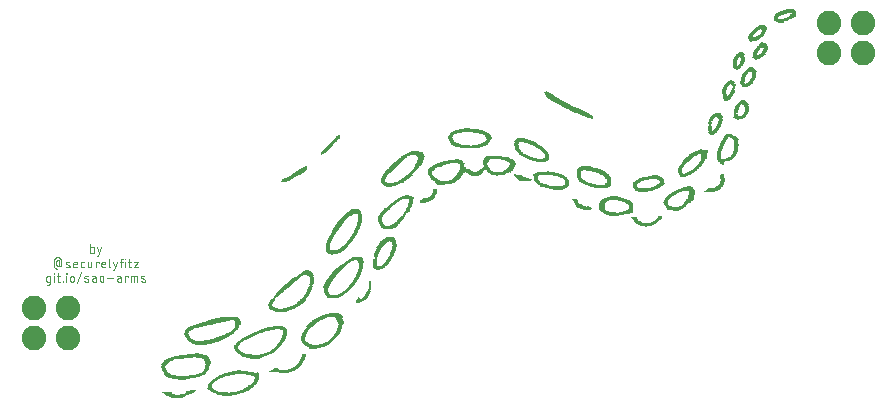
<source format=gts>
G04 EAGLE Gerber X2 export*
G75*
%MOMM*%
%FSLAX34Y34*%
%LPD*%
%AMOC8*
5,1,8,0,0,1.08239X$1,22.5*%
G01*
%ADD10C,0.076200*%
%ADD11C,2.082800*%
%ADD12R,0.593853X0.042419*%
%ADD13R,0.933194X0.042419*%
%ADD14R,1.230122X0.042416*%
%ADD15R,1.357375X0.042419*%
%ADD16R,1.484631X0.042419*%
%ADD17R,1.654300X0.042419*%
%ADD18R,0.848363X0.042419*%
%ADD19R,0.805944X0.042416*%
%ADD20R,0.636272X0.042416*%
%ADD21R,1.357375X0.042416*%
%ADD22R,0.593850X0.042419*%
%ADD23R,0.551434X0.042419*%
%ADD24R,1.611881X0.042419*%
%ADD25R,0.509016X0.042419*%
%ADD26R,1.908809X0.042419*%
%ADD27R,2.078484X0.042419*%
%ADD28R,0.551434X0.042416*%
%ADD29R,1.102869X0.042416*%
%ADD30R,1.060450X0.042416*%
%ADD31R,0.763522X0.042419*%
%ADD32R,0.551431X0.042419*%
%ADD33R,0.763525X0.042419*%
%ADD34R,0.636272X0.042419*%
%ADD35R,0.424181X0.042419*%
%ADD36R,0.678687X0.042419*%
%ADD37R,0.636269X0.042419*%
%ADD38R,0.424178X0.042419*%
%ADD39R,0.466597X0.042419*%
%ADD40R,0.509016X0.042416*%
%ADD41R,0.593850X0.042416*%
%ADD42R,0.466600X0.042419*%
%ADD43R,0.424181X0.042416*%
%ADD44R,0.466597X0.042416*%
%ADD45R,0.381763X0.042419*%
%ADD46R,0.339344X0.042419*%
%ADD47R,0.339344X0.042416*%
%ADD48R,0.296925X0.042419*%
%ADD49R,0.296928X0.042416*%
%ADD50R,0.296928X0.042419*%
%ADD51R,0.254509X0.042419*%
%ADD52R,0.254509X0.042416*%
%ADD53R,0.296925X0.042416*%
%ADD54R,0.721103X0.042419*%
%ADD55R,1.314956X0.042419*%
%ADD56R,1.569469X0.042419*%
%ADD57R,2.036062X0.042419*%
%ADD58R,2.417825X0.042416*%
%ADD59R,2.587497X0.042419*%
%ADD60R,2.799588X0.042419*%
%ADD61R,0.890778X0.042419*%
%ADD62R,1.018034X0.042419*%
%ADD63R,0.763525X0.042416*%
%ADD64R,0.678687X0.042416*%
%ADD65R,0.805944X0.042419*%
%ADD66R,0.509019X0.042419*%
%ADD67R,1.060450X0.042419*%
%ADD68R,2.926844X0.042419*%
%ADD69R,0.381763X0.042416*%
%ADD70R,2.799588X0.042416*%
%ADD71R,2.248153X0.042419*%
%ADD72R,0.042419X0.042419*%
%ADD73R,1.823972X0.042419*%
%ADD74R,1.399794X0.042419*%
%ADD75R,0.084838X0.042419*%
%ADD76R,1.272541X0.042419*%
%ADD77R,0.933197X0.042416*%
%ADD78R,1.908813X0.042416*%
%ADD79R,0.254506X0.042419*%
%ADD80R,1.781556X0.042419*%
%ADD81R,0.381759X0.042416*%
%ADD82R,0.339347X0.042416*%
%ADD83R,0.339347X0.042419*%
%ADD84R,0.636269X0.042416*%
%ADD85R,0.424178X0.042416*%
%ADD86R,0.212091X0.042416*%
%ADD87R,1.187706X0.042419*%
%ADD88R,1.187703X0.042419*%
%ADD89R,1.018031X0.042419*%
%ADD90R,2.884425X0.042416*%
%ADD91R,1.611884X0.042416*%
%ADD92R,2.629916X0.042419*%
%ADD93R,1.823975X0.042419*%
%ADD94R,2.290572X0.042419*%
%ADD95R,2.078481X0.042419*%
%ADD96R,2.248156X0.042419*%
%ADD97R,0.212088X0.042419*%
%ADD98R,1.399794X0.042416*%
%ADD99R,0.933194X0.042416*%
%ADD100R,0.254506X0.042416*%
%ADD101R,0.721106X0.042419*%
%ADD102R,0.593853X0.042416*%
%ADD103R,0.805941X0.042419*%
%ADD104R,1.442213X0.042416*%
%ADD105R,1.611884X0.042419*%
%ADD106R,0.212091X0.042419*%
%ADD107R,2.078484X0.042416*%
%ADD108R,2.460244X0.042419*%
%ADD109R,0.381759X0.042419*%
%ADD110R,0.848359X0.042419*%
%ADD111R,0.805941X0.042416*%
%ADD112R,0.466600X0.042416*%
%ADD113R,0.890778X0.042416*%
%ADD114R,0.042416X0.042419*%
%ADD115R,1.654303X0.042419*%
%ADD116R,1.442213X0.042419*%
%ADD117R,1.145288X0.042416*%
%ADD118R,0.975612X0.042419*%
%ADD119R,0.933197X0.042419*%
%ADD120R,1.145284X0.042416*%
%ADD121R,1.357378X0.042419*%
%ADD122R,1.314959X0.042419*%
%ADD123R,1.314956X0.042416*%
%ADD124R,1.527050X0.042416*%
%ADD125R,2.163319X0.042416*%
%ADD126R,0.509019X0.042416*%
%ADD127R,1.951228X0.042419*%
%ADD128R,1.739138X0.042419*%
%ADD129R,0.721106X0.042416*%
%ADD130R,0.678691X0.042419*%
%ADD131R,1.696722X0.042419*%
%ADD132R,1.527047X0.042419*%
%ADD133R,1.272541X0.042416*%
%ADD134R,1.187706X0.042416*%
%ADD135R,1.527050X0.042419*%
%ADD136R,0.084834X0.042419*%
%ADD137R,0.042416X0.042416*%
%ADD138R,1.187703X0.042416*%
%ADD139R,0.212088X0.042416*%
%ADD140R,0.169672X0.042416*%
%ADD141R,0.169672X0.042419*%
%ADD142R,0.084838X0.042416*%
%ADD143R,1.145288X0.042419*%
%ADD144R,1.102869X0.042419*%
%ADD145R,0.975612X0.042416*%
%ADD146R,1.145284X0.042419*%
%ADD147R,0.678691X0.042416*%
%ADD148R,1.102866X0.042416*%
%ADD149R,0.042419X0.042416*%
%ADD150R,1.230122X0.042419*%
%ADD151R,2.120900X0.042419*%
%ADD152R,1.018034X0.042416*%
%ADD153R,0.975616X0.042419*%
%ADD154R,0.848359X0.042416*%
%ADD155R,0.127256X0.042416*%
%ADD156R,0.848363X0.042416*%
%ADD157R,0.084834X0.042416*%
%ADD158R,1.442209X0.042416*%
%ADD159R,1.230125X0.042419*%
%ADD160R,1.442209X0.042419*%
%ADD161R,1.739141X0.042419*%
%ADD162R,1.866391X0.042419*%
%ADD163R,1.993647X0.042419*%
%ADD164R,1.569466X0.042416*%
%ADD165R,0.975616X0.042416*%
%ADD166R,1.823972X0.042416*%
%ADD167R,1.102866X0.042419*%
%ADD168R,0.127253X0.042416*%
%ADD169R,1.696722X0.042416*%
%ADD170R,2.205734X0.042419*%
%ADD171R,0.127253X0.042419*%
%ADD172R,1.272538X0.042419*%
%ADD173R,2.036066X0.042419*%
%ADD174R,1.823975X0.042416*%
%ADD175R,1.866391X0.042416*%
%ADD176R,1.484628X0.042419*%
%ADD177R,1.569466X0.042419*%
%ADD178R,0.890775X0.042419*%
%ADD179R,1.314959X0.042416*%
%ADD180R,2.332991X0.042416*%
%ADD181R,0.551431X0.042416*%
%ADD182R,2.502663X0.042416*%
%ADD183R,2.332988X0.042419*%
%ADD184R,1.018031X0.042416*%


D10*
X71536Y142875D02*
X71536Y135509D01*
X73582Y135509D01*
X73651Y135511D01*
X73719Y135517D01*
X73788Y135526D01*
X73855Y135540D01*
X73922Y135557D01*
X73988Y135578D01*
X74052Y135602D01*
X74115Y135631D01*
X74176Y135662D01*
X74235Y135697D01*
X74293Y135735D01*
X74348Y135777D01*
X74400Y135821D01*
X74450Y135869D01*
X74498Y135919D01*
X74542Y135971D01*
X74584Y136026D01*
X74622Y136084D01*
X74657Y136143D01*
X74688Y136204D01*
X74717Y136267D01*
X74741Y136331D01*
X74762Y136397D01*
X74779Y136464D01*
X74793Y136531D01*
X74802Y136600D01*
X74808Y136668D01*
X74810Y136737D01*
X74809Y136737D02*
X74809Y139192D01*
X74810Y139192D02*
X74808Y139261D01*
X74802Y139329D01*
X74793Y139398D01*
X74779Y139465D01*
X74762Y139532D01*
X74741Y139598D01*
X74717Y139662D01*
X74688Y139725D01*
X74657Y139786D01*
X74622Y139845D01*
X74584Y139903D01*
X74542Y139958D01*
X74498Y140010D01*
X74450Y140060D01*
X74400Y140108D01*
X74348Y140152D01*
X74293Y140194D01*
X74235Y140232D01*
X74176Y140267D01*
X74115Y140298D01*
X74052Y140327D01*
X73988Y140351D01*
X73922Y140372D01*
X73855Y140389D01*
X73788Y140403D01*
X73719Y140412D01*
X73651Y140418D01*
X73582Y140420D01*
X71536Y140420D01*
X77591Y133054D02*
X78409Y133054D01*
X80864Y140420D01*
X77591Y140420D02*
X79228Y135509D01*
X45084Y129455D02*
X43856Y129455D01*
X43856Y129456D02*
X43787Y129454D01*
X43719Y129448D01*
X43650Y129439D01*
X43583Y129425D01*
X43516Y129408D01*
X43450Y129387D01*
X43386Y129363D01*
X43323Y129334D01*
X43262Y129303D01*
X43203Y129268D01*
X43145Y129230D01*
X43090Y129188D01*
X43038Y129144D01*
X42988Y129096D01*
X42940Y129046D01*
X42896Y128994D01*
X42855Y128939D01*
X42816Y128881D01*
X42781Y128822D01*
X42750Y128761D01*
X42721Y128698D01*
X42697Y128634D01*
X42676Y128568D01*
X42659Y128501D01*
X42645Y128434D01*
X42636Y128366D01*
X42630Y128297D01*
X42628Y128228D01*
X42629Y128228D02*
X42629Y125772D01*
X42628Y125772D02*
X42630Y125703D01*
X42636Y125635D01*
X42645Y125566D01*
X42659Y125499D01*
X42676Y125432D01*
X42697Y125366D01*
X42721Y125302D01*
X42750Y125239D01*
X42781Y125178D01*
X42816Y125119D01*
X42854Y125061D01*
X42896Y125006D01*
X42940Y124954D01*
X42988Y124904D01*
X43038Y124856D01*
X43090Y124812D01*
X43145Y124770D01*
X43203Y124732D01*
X43262Y124697D01*
X43323Y124666D01*
X43386Y124637D01*
X43450Y124613D01*
X43516Y124592D01*
X43583Y124575D01*
X43650Y124561D01*
X43719Y124552D01*
X43787Y124546D01*
X43856Y124544D01*
X43925Y124546D01*
X43993Y124552D01*
X44062Y124561D01*
X44129Y124575D01*
X44196Y124592D01*
X44262Y124613D01*
X44326Y124637D01*
X44389Y124666D01*
X44450Y124697D01*
X44509Y124732D01*
X44567Y124770D01*
X44622Y124812D01*
X44674Y124856D01*
X44724Y124904D01*
X44772Y124954D01*
X44816Y125006D01*
X44858Y125061D01*
X44896Y125119D01*
X44931Y125178D01*
X44962Y125239D01*
X44991Y125302D01*
X45015Y125366D01*
X45036Y125432D01*
X45053Y125499D01*
X45067Y125566D01*
X45076Y125635D01*
X45082Y125703D01*
X45084Y125772D01*
X45084Y125568D02*
X45084Y129455D01*
X45084Y125568D02*
X45086Y125505D01*
X45092Y125442D01*
X45101Y125380D01*
X45115Y125318D01*
X45132Y125258D01*
X45153Y125198D01*
X45178Y125140D01*
X45206Y125084D01*
X45237Y125029D01*
X45272Y124977D01*
X45310Y124927D01*
X45351Y124879D01*
X45395Y124834D01*
X45441Y124791D01*
X45491Y124752D01*
X45542Y124715D01*
X45596Y124682D01*
X45651Y124652D01*
X45708Y124626D01*
X45767Y124603D01*
X45827Y124584D01*
X45888Y124569D01*
X45950Y124557D01*
X46013Y124549D01*
X46075Y124545D01*
X46139Y124545D01*
X46201Y124549D01*
X46264Y124557D01*
X46326Y124569D01*
X46387Y124584D01*
X46447Y124603D01*
X46506Y124626D01*
X46563Y124652D01*
X46618Y124682D01*
X46672Y124715D01*
X46723Y124752D01*
X46773Y124791D01*
X46819Y124834D01*
X46863Y124879D01*
X46904Y124927D01*
X46942Y124977D01*
X46977Y125029D01*
X47008Y125084D01*
X47036Y125140D01*
X47061Y125198D01*
X47082Y125258D01*
X47099Y125318D01*
X47113Y125380D01*
X47122Y125442D01*
X47128Y125505D01*
X47130Y125568D01*
X47130Y128637D01*
X47128Y128750D01*
X47122Y128863D01*
X47112Y128975D01*
X47099Y129088D01*
X47081Y129199D01*
X47060Y129310D01*
X47035Y129421D01*
X47006Y129530D01*
X46973Y129638D01*
X46937Y129745D01*
X46897Y129851D01*
X46853Y129955D01*
X46806Y130058D01*
X46755Y130159D01*
X46701Y130258D01*
X46643Y130355D01*
X46582Y130450D01*
X46518Y130543D01*
X46451Y130634D01*
X46380Y130722D01*
X46307Y130808D01*
X46230Y130891D01*
X46151Y130972D01*
X46069Y131050D01*
X45984Y131125D01*
X45897Y131197D01*
X45808Y131266D01*
X45716Y131331D01*
X45622Y131394D01*
X45526Y131453D01*
X45427Y131509D01*
X45327Y131562D01*
X45225Y131611D01*
X45122Y131656D01*
X45017Y131698D01*
X44911Y131736D01*
X44803Y131771D01*
X44694Y131802D01*
X44585Y131829D01*
X44474Y131852D01*
X44363Y131872D01*
X44251Y131887D01*
X44138Y131899D01*
X44025Y131907D01*
X43913Y131911D01*
X43799Y131911D01*
X43687Y131907D01*
X43574Y131899D01*
X43461Y131887D01*
X43349Y131872D01*
X43238Y131852D01*
X43127Y131829D01*
X43018Y131802D01*
X42909Y131771D01*
X42801Y131736D01*
X42695Y131698D01*
X42590Y131656D01*
X42487Y131611D01*
X42385Y131562D01*
X42285Y131509D01*
X42186Y131453D01*
X42090Y131394D01*
X41996Y131331D01*
X41904Y131266D01*
X41815Y131197D01*
X41728Y131125D01*
X41643Y131050D01*
X41561Y130972D01*
X41482Y130891D01*
X41405Y130808D01*
X41332Y130722D01*
X41261Y130634D01*
X41194Y130543D01*
X41130Y130450D01*
X41069Y130355D01*
X41011Y130258D01*
X40957Y130159D01*
X40906Y130058D01*
X40859Y129955D01*
X40815Y129851D01*
X40775Y129745D01*
X40739Y129638D01*
X40706Y129530D01*
X40677Y129421D01*
X40652Y129310D01*
X40631Y129199D01*
X40613Y129088D01*
X40600Y128975D01*
X40590Y128863D01*
X40584Y128750D01*
X40582Y128637D01*
X40583Y128637D02*
X40583Y125159D01*
X40585Y125049D01*
X40591Y124939D01*
X40601Y124830D01*
X40614Y124721D01*
X40632Y124612D01*
X40654Y124504D01*
X40679Y124397D01*
X40708Y124291D01*
X40741Y124186D01*
X40778Y124082D01*
X40818Y123980D01*
X40862Y123879D01*
X40909Y123780D01*
X40960Y123683D01*
X41015Y123587D01*
X41073Y123494D01*
X41134Y123402D01*
X41198Y123313D01*
X41266Y123226D01*
X41337Y123142D01*
X41410Y123060D01*
X41487Y122981D01*
X41566Y122905D01*
X41648Y122831D01*
X41732Y122761D01*
X41819Y122694D01*
X41909Y122630D01*
X42000Y122569D01*
X42094Y122511D01*
X42190Y122457D01*
X42287Y122406D01*
X42386Y122359D01*
X42487Y122315D01*
X42590Y122275D01*
X42694Y122238D01*
X42799Y122206D01*
X42905Y122177D01*
X43012Y122152D01*
X43120Y122131D01*
X43228Y122113D01*
X43338Y122100D01*
X43447Y122090D01*
X51368Y126182D02*
X53414Y125363D01*
X51368Y126182D02*
X51309Y126207D01*
X51252Y126236D01*
X51197Y126269D01*
X51144Y126305D01*
X51093Y126343D01*
X51045Y126385D01*
X50999Y126430D01*
X50956Y126477D01*
X50916Y126527D01*
X50879Y126579D01*
X50845Y126634D01*
X50814Y126690D01*
X50787Y126748D01*
X50764Y126808D01*
X50744Y126868D01*
X50728Y126930D01*
X50715Y126993D01*
X50707Y127057D01*
X50702Y127120D01*
X50701Y127184D01*
X50704Y127248D01*
X50711Y127312D01*
X50722Y127375D01*
X50736Y127437D01*
X50754Y127499D01*
X50776Y127559D01*
X50801Y127618D01*
X50830Y127675D01*
X50863Y127730D01*
X50898Y127783D01*
X50937Y127834D01*
X50979Y127883D01*
X51023Y127929D01*
X51071Y127972D01*
X51120Y128012D01*
X51173Y128049D01*
X51227Y128083D01*
X51283Y128114D01*
X51341Y128141D01*
X51400Y128165D01*
X51461Y128184D01*
X51523Y128201D01*
X51586Y128213D01*
X51649Y128222D01*
X51713Y128227D01*
X51777Y128228D01*
X51913Y128224D01*
X52048Y128216D01*
X52184Y128204D01*
X52318Y128188D01*
X52453Y128168D01*
X52586Y128145D01*
X52719Y128117D01*
X52851Y128086D01*
X52982Y128051D01*
X53112Y128012D01*
X53241Y127969D01*
X53368Y127922D01*
X53494Y127872D01*
X53619Y127818D01*
X53414Y125363D02*
X53473Y125338D01*
X53530Y125309D01*
X53585Y125276D01*
X53638Y125240D01*
X53689Y125202D01*
X53737Y125160D01*
X53783Y125115D01*
X53826Y125068D01*
X53866Y125018D01*
X53903Y124966D01*
X53937Y124911D01*
X53968Y124855D01*
X53995Y124797D01*
X54018Y124737D01*
X54038Y124677D01*
X54054Y124615D01*
X54067Y124552D01*
X54075Y124488D01*
X54080Y124425D01*
X54081Y124361D01*
X54078Y124297D01*
X54071Y124233D01*
X54060Y124170D01*
X54046Y124108D01*
X54028Y124046D01*
X54006Y123986D01*
X53981Y123927D01*
X53952Y123870D01*
X53919Y123815D01*
X53884Y123762D01*
X53845Y123711D01*
X53803Y123662D01*
X53759Y123616D01*
X53711Y123573D01*
X53662Y123533D01*
X53609Y123496D01*
X53555Y123462D01*
X53499Y123431D01*
X53441Y123404D01*
X53382Y123380D01*
X53321Y123361D01*
X53259Y123344D01*
X53196Y123332D01*
X53133Y123323D01*
X53069Y123318D01*
X53005Y123317D01*
X52841Y123321D01*
X52677Y123329D01*
X52513Y123341D01*
X52350Y123357D01*
X52187Y123377D01*
X52024Y123400D01*
X51863Y123428D01*
X51701Y123459D01*
X51541Y123494D01*
X51382Y123533D01*
X51223Y123576D01*
X51066Y123622D01*
X50909Y123672D01*
X50754Y123726D01*
X58321Y123317D02*
X60367Y123317D01*
X58321Y123317D02*
X58252Y123319D01*
X58184Y123325D01*
X58115Y123334D01*
X58048Y123348D01*
X57981Y123365D01*
X57915Y123386D01*
X57851Y123410D01*
X57788Y123439D01*
X57727Y123470D01*
X57668Y123505D01*
X57610Y123543D01*
X57555Y123585D01*
X57503Y123629D01*
X57453Y123677D01*
X57405Y123727D01*
X57361Y123779D01*
X57319Y123834D01*
X57281Y123892D01*
X57246Y123951D01*
X57215Y124012D01*
X57186Y124075D01*
X57162Y124139D01*
X57141Y124205D01*
X57124Y124272D01*
X57110Y124339D01*
X57101Y124408D01*
X57095Y124476D01*
X57093Y124545D01*
X57094Y124545D02*
X57094Y126591D01*
X57096Y126670D01*
X57102Y126749D01*
X57111Y126828D01*
X57124Y126906D01*
X57142Y126983D01*
X57162Y127059D01*
X57187Y127134D01*
X57215Y127208D01*
X57246Y127281D01*
X57282Y127352D01*
X57320Y127421D01*
X57362Y127488D01*
X57407Y127553D01*
X57455Y127616D01*
X57506Y127677D01*
X57560Y127734D01*
X57616Y127790D01*
X57675Y127842D01*
X57737Y127892D01*
X57801Y127938D01*
X57867Y127982D01*
X57935Y128022D01*
X58005Y128058D01*
X58077Y128092D01*
X58151Y128122D01*
X58225Y128148D01*
X58301Y128171D01*
X58378Y128189D01*
X58455Y128205D01*
X58534Y128216D01*
X58612Y128224D01*
X58691Y128228D01*
X58771Y128228D01*
X58850Y128224D01*
X58928Y128216D01*
X59007Y128205D01*
X59084Y128189D01*
X59161Y128171D01*
X59237Y128148D01*
X59311Y128122D01*
X59385Y128092D01*
X59457Y128058D01*
X59527Y128022D01*
X59595Y127982D01*
X59661Y127938D01*
X59725Y127892D01*
X59787Y127842D01*
X59846Y127790D01*
X59902Y127734D01*
X59956Y127677D01*
X60007Y127616D01*
X60055Y127553D01*
X60100Y127488D01*
X60142Y127421D01*
X60180Y127352D01*
X60216Y127281D01*
X60247Y127208D01*
X60275Y127134D01*
X60300Y127059D01*
X60320Y126983D01*
X60338Y126906D01*
X60351Y126828D01*
X60360Y126749D01*
X60366Y126670D01*
X60368Y126591D01*
X60367Y126591D02*
X60367Y125772D01*
X57094Y125772D01*
X64670Y123317D02*
X66307Y123317D01*
X64670Y123317D02*
X64601Y123319D01*
X64533Y123325D01*
X64464Y123334D01*
X64397Y123348D01*
X64330Y123365D01*
X64264Y123386D01*
X64200Y123410D01*
X64137Y123439D01*
X64076Y123470D01*
X64017Y123505D01*
X63959Y123543D01*
X63904Y123585D01*
X63852Y123629D01*
X63802Y123677D01*
X63754Y123727D01*
X63710Y123779D01*
X63668Y123834D01*
X63630Y123892D01*
X63595Y123951D01*
X63564Y124012D01*
X63535Y124075D01*
X63511Y124139D01*
X63490Y124205D01*
X63473Y124272D01*
X63459Y124339D01*
X63450Y124408D01*
X63444Y124476D01*
X63442Y124545D01*
X63443Y124545D02*
X63443Y127000D01*
X63442Y127000D02*
X63444Y127069D01*
X63450Y127137D01*
X63459Y127206D01*
X63473Y127273D01*
X63490Y127340D01*
X63511Y127406D01*
X63535Y127470D01*
X63564Y127533D01*
X63595Y127594D01*
X63630Y127653D01*
X63668Y127711D01*
X63710Y127766D01*
X63754Y127818D01*
X63802Y127868D01*
X63852Y127916D01*
X63904Y127960D01*
X63959Y128002D01*
X64017Y128040D01*
X64076Y128075D01*
X64137Y128106D01*
X64200Y128135D01*
X64264Y128159D01*
X64330Y128180D01*
X64397Y128197D01*
X64464Y128211D01*
X64533Y128220D01*
X64601Y128226D01*
X64670Y128228D01*
X66307Y128228D01*
X69286Y128228D02*
X69286Y124545D01*
X69285Y124545D02*
X69287Y124476D01*
X69293Y124408D01*
X69302Y124339D01*
X69316Y124272D01*
X69333Y124205D01*
X69354Y124139D01*
X69378Y124075D01*
X69407Y124012D01*
X69438Y123951D01*
X69473Y123892D01*
X69511Y123834D01*
X69553Y123779D01*
X69597Y123727D01*
X69645Y123677D01*
X69695Y123629D01*
X69747Y123585D01*
X69802Y123543D01*
X69860Y123505D01*
X69919Y123470D01*
X69980Y123439D01*
X70043Y123410D01*
X70107Y123386D01*
X70173Y123365D01*
X70240Y123348D01*
X70307Y123334D01*
X70376Y123325D01*
X70444Y123319D01*
X70513Y123317D01*
X72559Y123317D01*
X72559Y128228D01*
X76159Y128228D02*
X76159Y123317D01*
X76159Y128228D02*
X78615Y128228D01*
X78615Y127409D01*
X82218Y123317D02*
X84264Y123317D01*
X82218Y123317D02*
X82149Y123319D01*
X82081Y123325D01*
X82012Y123334D01*
X81945Y123348D01*
X81878Y123365D01*
X81812Y123386D01*
X81748Y123410D01*
X81685Y123439D01*
X81624Y123470D01*
X81565Y123505D01*
X81507Y123543D01*
X81452Y123585D01*
X81400Y123629D01*
X81350Y123677D01*
X81302Y123727D01*
X81258Y123779D01*
X81216Y123834D01*
X81178Y123892D01*
X81143Y123951D01*
X81112Y124012D01*
X81083Y124075D01*
X81059Y124139D01*
X81038Y124205D01*
X81021Y124272D01*
X81007Y124339D01*
X80998Y124408D01*
X80992Y124476D01*
X80990Y124545D01*
X80990Y126591D01*
X80992Y126670D01*
X80998Y126749D01*
X81007Y126828D01*
X81020Y126906D01*
X81038Y126983D01*
X81058Y127059D01*
X81083Y127134D01*
X81111Y127208D01*
X81142Y127281D01*
X81178Y127352D01*
X81216Y127421D01*
X81258Y127488D01*
X81303Y127553D01*
X81351Y127616D01*
X81402Y127677D01*
X81456Y127734D01*
X81512Y127790D01*
X81571Y127842D01*
X81633Y127892D01*
X81697Y127938D01*
X81763Y127982D01*
X81831Y128022D01*
X81901Y128058D01*
X81973Y128092D01*
X82047Y128122D01*
X82121Y128148D01*
X82197Y128171D01*
X82274Y128189D01*
X82351Y128205D01*
X82430Y128216D01*
X82508Y128224D01*
X82587Y128228D01*
X82667Y128228D01*
X82746Y128224D01*
X82824Y128216D01*
X82903Y128205D01*
X82980Y128189D01*
X83057Y128171D01*
X83133Y128148D01*
X83207Y128122D01*
X83281Y128092D01*
X83353Y128058D01*
X83423Y128022D01*
X83491Y127982D01*
X83557Y127938D01*
X83621Y127892D01*
X83683Y127842D01*
X83742Y127790D01*
X83798Y127734D01*
X83852Y127677D01*
X83903Y127616D01*
X83951Y127553D01*
X83996Y127488D01*
X84038Y127421D01*
X84076Y127352D01*
X84112Y127281D01*
X84143Y127208D01*
X84171Y127134D01*
X84196Y127059D01*
X84216Y126983D01*
X84234Y126906D01*
X84247Y126828D01*
X84256Y126749D01*
X84262Y126670D01*
X84264Y126591D01*
X84264Y125772D01*
X80990Y125772D01*
X87413Y124545D02*
X87413Y130683D01*
X87412Y124545D02*
X87414Y124476D01*
X87420Y124408D01*
X87429Y124339D01*
X87443Y124272D01*
X87460Y124205D01*
X87481Y124139D01*
X87505Y124075D01*
X87534Y124012D01*
X87565Y123951D01*
X87600Y123892D01*
X87638Y123834D01*
X87680Y123779D01*
X87724Y123727D01*
X87772Y123677D01*
X87822Y123629D01*
X87874Y123585D01*
X87929Y123543D01*
X87987Y123505D01*
X88046Y123470D01*
X88107Y123439D01*
X88170Y123410D01*
X88234Y123386D01*
X88300Y123365D01*
X88367Y123348D01*
X88434Y123334D01*
X88503Y123325D01*
X88571Y123319D01*
X88640Y123317D01*
X90987Y120862D02*
X91806Y120862D01*
X94261Y128228D01*
X90987Y128228D02*
X92624Y123317D01*
X97477Y123317D02*
X97477Y129455D01*
X97476Y129455D02*
X97478Y129524D01*
X97484Y129592D01*
X97493Y129661D01*
X97507Y129728D01*
X97524Y129795D01*
X97545Y129861D01*
X97569Y129925D01*
X97598Y129988D01*
X97629Y130049D01*
X97664Y130108D01*
X97702Y130166D01*
X97744Y130221D01*
X97788Y130273D01*
X97836Y130323D01*
X97886Y130371D01*
X97938Y130415D01*
X97993Y130456D01*
X98051Y130495D01*
X98110Y130530D01*
X98171Y130561D01*
X98234Y130590D01*
X98298Y130614D01*
X98364Y130635D01*
X98431Y130652D01*
X98498Y130666D01*
X98566Y130675D01*
X98635Y130681D01*
X98704Y130683D01*
X99114Y130683D01*
X99114Y128228D02*
X96658Y128228D01*
X101158Y128228D02*
X101158Y123317D01*
X100954Y130274D02*
X100954Y130683D01*
X101363Y130683D01*
X101363Y130274D01*
X100954Y130274D01*
X103524Y128228D02*
X105979Y128228D01*
X104343Y130683D02*
X104343Y124545D01*
X104342Y124545D02*
X104344Y124476D01*
X104350Y124408D01*
X104359Y124339D01*
X104373Y124272D01*
X104390Y124205D01*
X104411Y124139D01*
X104435Y124075D01*
X104464Y124012D01*
X104495Y123951D01*
X104530Y123892D01*
X104568Y123834D01*
X104610Y123779D01*
X104654Y123727D01*
X104702Y123677D01*
X104752Y123629D01*
X104804Y123585D01*
X104859Y123543D01*
X104917Y123505D01*
X104976Y123470D01*
X105037Y123439D01*
X105100Y123410D01*
X105164Y123386D01*
X105230Y123365D01*
X105297Y123348D01*
X105364Y123334D01*
X105433Y123325D01*
X105501Y123319D01*
X105570Y123317D01*
X105979Y123317D01*
X108544Y128228D02*
X111817Y128228D01*
X108544Y123317D01*
X111817Y123317D01*
X37603Y111125D02*
X35557Y111125D01*
X35488Y111127D01*
X35420Y111133D01*
X35351Y111142D01*
X35284Y111156D01*
X35217Y111173D01*
X35151Y111194D01*
X35087Y111218D01*
X35024Y111247D01*
X34963Y111278D01*
X34904Y111313D01*
X34846Y111351D01*
X34791Y111393D01*
X34739Y111437D01*
X34689Y111485D01*
X34641Y111535D01*
X34597Y111587D01*
X34555Y111642D01*
X34517Y111700D01*
X34482Y111759D01*
X34451Y111820D01*
X34422Y111883D01*
X34398Y111947D01*
X34377Y112013D01*
X34360Y112080D01*
X34346Y112147D01*
X34337Y112216D01*
X34331Y112284D01*
X34329Y112353D01*
X34329Y114808D01*
X34331Y114877D01*
X34337Y114945D01*
X34346Y115014D01*
X34360Y115081D01*
X34377Y115148D01*
X34398Y115214D01*
X34422Y115278D01*
X34451Y115341D01*
X34482Y115402D01*
X34517Y115461D01*
X34555Y115519D01*
X34597Y115574D01*
X34641Y115626D01*
X34689Y115676D01*
X34739Y115724D01*
X34791Y115768D01*
X34846Y115810D01*
X34904Y115848D01*
X34963Y115883D01*
X35024Y115914D01*
X35087Y115943D01*
X35151Y115967D01*
X35217Y115988D01*
X35284Y116005D01*
X35351Y116019D01*
X35420Y116028D01*
X35488Y116034D01*
X35557Y116036D01*
X37603Y116036D01*
X37603Y109897D01*
X37601Y109828D01*
X37595Y109760D01*
X37586Y109691D01*
X37572Y109624D01*
X37555Y109557D01*
X37534Y109491D01*
X37510Y109427D01*
X37481Y109364D01*
X37450Y109303D01*
X37415Y109244D01*
X37377Y109186D01*
X37335Y109131D01*
X37291Y109079D01*
X37243Y109029D01*
X37193Y108981D01*
X37141Y108937D01*
X37086Y108896D01*
X37028Y108857D01*
X36969Y108822D01*
X36908Y108791D01*
X36845Y108762D01*
X36781Y108738D01*
X36715Y108717D01*
X36648Y108700D01*
X36581Y108686D01*
X36513Y108677D01*
X36444Y108671D01*
X36375Y108669D01*
X36375Y108670D02*
X34738Y108670D01*
X40883Y111125D02*
X40883Y116036D01*
X40679Y118082D02*
X40679Y118491D01*
X41088Y118491D01*
X41088Y118082D01*
X40679Y118082D01*
X43249Y116036D02*
X45705Y116036D01*
X44068Y118491D02*
X44068Y112353D01*
X44067Y112353D02*
X44069Y112284D01*
X44075Y112216D01*
X44084Y112147D01*
X44098Y112080D01*
X44115Y112013D01*
X44136Y111947D01*
X44160Y111883D01*
X44189Y111820D01*
X44220Y111759D01*
X44255Y111700D01*
X44293Y111642D01*
X44335Y111587D01*
X44379Y111535D01*
X44427Y111485D01*
X44477Y111437D01*
X44529Y111393D01*
X44584Y111351D01*
X44642Y111313D01*
X44701Y111278D01*
X44762Y111247D01*
X44825Y111218D01*
X44889Y111194D01*
X44955Y111173D01*
X45022Y111156D01*
X45089Y111142D01*
X45158Y111133D01*
X45226Y111127D01*
X45295Y111125D01*
X45705Y111125D01*
X48238Y111125D02*
X48238Y111534D01*
X48647Y111534D01*
X48647Y111125D01*
X48238Y111125D01*
X51368Y111125D02*
X51368Y116036D01*
X51164Y118082D02*
X51164Y118491D01*
X51573Y118491D01*
X51573Y118082D01*
X51164Y118082D01*
X54365Y114399D02*
X54365Y112762D01*
X54364Y114399D02*
X54366Y114478D01*
X54372Y114557D01*
X54381Y114636D01*
X54394Y114714D01*
X54412Y114791D01*
X54432Y114867D01*
X54457Y114942D01*
X54485Y115016D01*
X54516Y115089D01*
X54552Y115160D01*
X54590Y115229D01*
X54632Y115296D01*
X54677Y115361D01*
X54725Y115424D01*
X54776Y115485D01*
X54830Y115542D01*
X54886Y115598D01*
X54945Y115650D01*
X55007Y115700D01*
X55071Y115746D01*
X55137Y115790D01*
X55205Y115830D01*
X55275Y115866D01*
X55347Y115900D01*
X55421Y115930D01*
X55495Y115956D01*
X55571Y115979D01*
X55648Y115997D01*
X55725Y116013D01*
X55804Y116024D01*
X55882Y116032D01*
X55961Y116036D01*
X56041Y116036D01*
X56120Y116032D01*
X56198Y116024D01*
X56277Y116013D01*
X56354Y115997D01*
X56431Y115979D01*
X56507Y115956D01*
X56581Y115930D01*
X56655Y115900D01*
X56727Y115866D01*
X56797Y115830D01*
X56865Y115790D01*
X56931Y115746D01*
X56995Y115700D01*
X57057Y115650D01*
X57116Y115598D01*
X57172Y115542D01*
X57226Y115485D01*
X57277Y115424D01*
X57325Y115361D01*
X57370Y115296D01*
X57412Y115229D01*
X57450Y115160D01*
X57486Y115089D01*
X57517Y115016D01*
X57545Y114942D01*
X57570Y114867D01*
X57590Y114791D01*
X57608Y114714D01*
X57621Y114636D01*
X57630Y114557D01*
X57636Y114478D01*
X57638Y114399D01*
X57638Y112762D01*
X57636Y112683D01*
X57630Y112604D01*
X57621Y112525D01*
X57608Y112447D01*
X57590Y112370D01*
X57570Y112294D01*
X57545Y112219D01*
X57517Y112145D01*
X57486Y112072D01*
X57450Y112001D01*
X57412Y111932D01*
X57370Y111865D01*
X57325Y111800D01*
X57277Y111737D01*
X57226Y111676D01*
X57172Y111619D01*
X57116Y111563D01*
X57057Y111511D01*
X56995Y111461D01*
X56931Y111415D01*
X56865Y111371D01*
X56797Y111331D01*
X56727Y111295D01*
X56655Y111261D01*
X56581Y111231D01*
X56507Y111205D01*
X56431Y111182D01*
X56354Y111164D01*
X56277Y111148D01*
X56198Y111137D01*
X56120Y111129D01*
X56041Y111125D01*
X55961Y111125D01*
X55882Y111129D01*
X55804Y111137D01*
X55725Y111148D01*
X55648Y111164D01*
X55571Y111182D01*
X55495Y111205D01*
X55421Y111231D01*
X55347Y111261D01*
X55275Y111295D01*
X55205Y111331D01*
X55137Y111371D01*
X55071Y111415D01*
X55007Y111461D01*
X54945Y111511D01*
X54886Y111563D01*
X54830Y111619D01*
X54776Y111676D01*
X54725Y111737D01*
X54677Y111800D01*
X54632Y111865D01*
X54590Y111932D01*
X54552Y112001D01*
X54516Y112072D01*
X54485Y112145D01*
X54457Y112219D01*
X54432Y112294D01*
X54412Y112370D01*
X54394Y112447D01*
X54381Y112525D01*
X54372Y112604D01*
X54366Y112683D01*
X54364Y112762D01*
X60460Y110307D02*
X63734Y119309D01*
X67170Y113990D02*
X69216Y113171D01*
X67170Y113990D02*
X67111Y114015D01*
X67054Y114044D01*
X66999Y114077D01*
X66946Y114113D01*
X66895Y114151D01*
X66847Y114193D01*
X66801Y114238D01*
X66758Y114285D01*
X66718Y114335D01*
X66681Y114387D01*
X66647Y114442D01*
X66616Y114498D01*
X66589Y114556D01*
X66566Y114616D01*
X66546Y114676D01*
X66530Y114738D01*
X66517Y114801D01*
X66509Y114865D01*
X66504Y114928D01*
X66503Y114992D01*
X66506Y115056D01*
X66513Y115120D01*
X66524Y115183D01*
X66538Y115245D01*
X66556Y115307D01*
X66578Y115367D01*
X66603Y115426D01*
X66632Y115483D01*
X66665Y115538D01*
X66700Y115591D01*
X66739Y115642D01*
X66781Y115691D01*
X66825Y115737D01*
X66873Y115780D01*
X66922Y115820D01*
X66975Y115857D01*
X67029Y115891D01*
X67085Y115922D01*
X67143Y115949D01*
X67202Y115973D01*
X67263Y115992D01*
X67325Y116009D01*
X67388Y116021D01*
X67451Y116030D01*
X67515Y116035D01*
X67579Y116036D01*
X67715Y116032D01*
X67850Y116024D01*
X67986Y116012D01*
X68120Y115996D01*
X68255Y115976D01*
X68388Y115953D01*
X68521Y115925D01*
X68653Y115894D01*
X68784Y115859D01*
X68914Y115820D01*
X69043Y115777D01*
X69170Y115730D01*
X69296Y115680D01*
X69421Y115626D01*
X69216Y113171D02*
X69275Y113146D01*
X69332Y113117D01*
X69387Y113084D01*
X69440Y113048D01*
X69491Y113010D01*
X69539Y112968D01*
X69585Y112923D01*
X69628Y112876D01*
X69668Y112826D01*
X69705Y112774D01*
X69739Y112719D01*
X69770Y112663D01*
X69797Y112605D01*
X69820Y112545D01*
X69840Y112485D01*
X69856Y112423D01*
X69869Y112360D01*
X69877Y112296D01*
X69882Y112233D01*
X69883Y112169D01*
X69880Y112105D01*
X69873Y112041D01*
X69862Y111978D01*
X69848Y111916D01*
X69830Y111854D01*
X69808Y111794D01*
X69783Y111735D01*
X69754Y111678D01*
X69721Y111623D01*
X69686Y111570D01*
X69647Y111519D01*
X69605Y111470D01*
X69561Y111424D01*
X69513Y111381D01*
X69464Y111341D01*
X69411Y111304D01*
X69357Y111270D01*
X69301Y111239D01*
X69243Y111212D01*
X69184Y111188D01*
X69123Y111169D01*
X69061Y111152D01*
X68998Y111140D01*
X68935Y111131D01*
X68871Y111126D01*
X68807Y111125D01*
X68643Y111129D01*
X68479Y111137D01*
X68315Y111149D01*
X68152Y111165D01*
X67989Y111185D01*
X67826Y111208D01*
X67665Y111236D01*
X67503Y111267D01*
X67343Y111302D01*
X67184Y111341D01*
X67025Y111384D01*
X66868Y111430D01*
X66711Y111480D01*
X66556Y111534D01*
X74288Y113990D02*
X76129Y113990D01*
X74288Y113989D02*
X74213Y113987D01*
X74138Y113981D01*
X74064Y113971D01*
X73990Y113958D01*
X73917Y113940D01*
X73845Y113919D01*
X73775Y113894D01*
X73706Y113865D01*
X73638Y113833D01*
X73572Y113797D01*
X73508Y113758D01*
X73446Y113716D01*
X73387Y113670D01*
X73330Y113621D01*
X73275Y113570D01*
X73224Y113515D01*
X73175Y113458D01*
X73129Y113399D01*
X73087Y113337D01*
X73048Y113273D01*
X73012Y113207D01*
X72980Y113139D01*
X72951Y113070D01*
X72926Y113000D01*
X72905Y112928D01*
X72887Y112855D01*
X72874Y112781D01*
X72864Y112707D01*
X72858Y112632D01*
X72856Y112557D01*
X72858Y112482D01*
X72864Y112407D01*
X72874Y112333D01*
X72887Y112259D01*
X72905Y112186D01*
X72926Y112114D01*
X72951Y112044D01*
X72980Y111975D01*
X73012Y111907D01*
X73048Y111841D01*
X73087Y111777D01*
X73129Y111715D01*
X73175Y111656D01*
X73224Y111599D01*
X73275Y111544D01*
X73330Y111493D01*
X73387Y111444D01*
X73446Y111398D01*
X73508Y111356D01*
X73572Y111317D01*
X73638Y111281D01*
X73706Y111249D01*
X73775Y111220D01*
X73845Y111195D01*
X73917Y111174D01*
X73990Y111156D01*
X74064Y111143D01*
X74138Y111133D01*
X74213Y111127D01*
X74288Y111125D01*
X76129Y111125D01*
X76129Y114808D01*
X76127Y114877D01*
X76121Y114945D01*
X76112Y115014D01*
X76098Y115081D01*
X76081Y115148D01*
X76060Y115214D01*
X76036Y115278D01*
X76007Y115341D01*
X75976Y115402D01*
X75941Y115461D01*
X75903Y115519D01*
X75861Y115574D01*
X75817Y115626D01*
X75769Y115676D01*
X75719Y115724D01*
X75667Y115768D01*
X75612Y115810D01*
X75554Y115848D01*
X75495Y115883D01*
X75434Y115914D01*
X75371Y115943D01*
X75307Y115967D01*
X75241Y115988D01*
X75174Y116005D01*
X75107Y116019D01*
X75038Y116028D01*
X74970Y116034D01*
X74901Y116036D01*
X73265Y116036D01*
X79480Y114399D02*
X79480Y112762D01*
X79480Y114399D02*
X79482Y114478D01*
X79488Y114557D01*
X79497Y114636D01*
X79510Y114714D01*
X79528Y114791D01*
X79548Y114867D01*
X79573Y114942D01*
X79601Y115016D01*
X79632Y115089D01*
X79668Y115160D01*
X79706Y115229D01*
X79748Y115296D01*
X79793Y115361D01*
X79841Y115424D01*
X79892Y115485D01*
X79946Y115542D01*
X80002Y115598D01*
X80061Y115650D01*
X80123Y115700D01*
X80187Y115746D01*
X80253Y115790D01*
X80321Y115830D01*
X80391Y115866D01*
X80463Y115900D01*
X80537Y115930D01*
X80611Y115956D01*
X80687Y115979D01*
X80764Y115997D01*
X80841Y116013D01*
X80920Y116024D01*
X80998Y116032D01*
X81077Y116036D01*
X81157Y116036D01*
X81236Y116032D01*
X81314Y116024D01*
X81393Y116013D01*
X81470Y115997D01*
X81547Y115979D01*
X81623Y115956D01*
X81697Y115930D01*
X81771Y115900D01*
X81843Y115866D01*
X81913Y115830D01*
X81981Y115790D01*
X82047Y115746D01*
X82111Y115700D01*
X82173Y115650D01*
X82232Y115598D01*
X82288Y115542D01*
X82342Y115485D01*
X82393Y115424D01*
X82441Y115361D01*
X82486Y115296D01*
X82528Y115229D01*
X82566Y115160D01*
X82602Y115089D01*
X82633Y115016D01*
X82661Y114942D01*
X82686Y114867D01*
X82706Y114791D01*
X82724Y114714D01*
X82737Y114636D01*
X82746Y114557D01*
X82752Y114478D01*
X82754Y114399D01*
X82754Y112762D01*
X82752Y112683D01*
X82746Y112604D01*
X82737Y112525D01*
X82724Y112447D01*
X82706Y112370D01*
X82686Y112294D01*
X82661Y112219D01*
X82633Y112145D01*
X82602Y112072D01*
X82566Y112001D01*
X82528Y111932D01*
X82486Y111865D01*
X82441Y111800D01*
X82393Y111737D01*
X82342Y111676D01*
X82288Y111619D01*
X82232Y111563D01*
X82173Y111511D01*
X82111Y111461D01*
X82047Y111415D01*
X81981Y111371D01*
X81913Y111331D01*
X81843Y111295D01*
X81771Y111261D01*
X81697Y111231D01*
X81623Y111205D01*
X81547Y111182D01*
X81470Y111164D01*
X81393Y111148D01*
X81314Y111137D01*
X81236Y111129D01*
X81157Y111125D01*
X81077Y111125D01*
X80998Y111129D01*
X80920Y111137D01*
X80841Y111148D01*
X80764Y111164D01*
X80687Y111182D01*
X80611Y111205D01*
X80537Y111231D01*
X80463Y111261D01*
X80391Y111295D01*
X80321Y111331D01*
X80253Y111371D01*
X80187Y111415D01*
X80123Y111461D01*
X80061Y111511D01*
X80002Y111563D01*
X79946Y111619D01*
X79892Y111676D01*
X79841Y111737D01*
X79793Y111800D01*
X79748Y111865D01*
X79706Y111932D01*
X79668Y112001D01*
X79632Y112072D01*
X79601Y112145D01*
X79573Y112219D01*
X79548Y112294D01*
X79528Y112370D01*
X79510Y112447D01*
X79497Y112525D01*
X79488Y112604D01*
X79482Y112683D01*
X79480Y112762D01*
X85977Y113990D02*
X90887Y113990D01*
X95502Y113990D02*
X97343Y113990D01*
X95502Y113989D02*
X95427Y113987D01*
X95352Y113981D01*
X95278Y113971D01*
X95204Y113958D01*
X95131Y113940D01*
X95059Y113919D01*
X94989Y113894D01*
X94920Y113865D01*
X94852Y113833D01*
X94786Y113797D01*
X94722Y113758D01*
X94660Y113716D01*
X94601Y113670D01*
X94544Y113621D01*
X94489Y113570D01*
X94438Y113515D01*
X94389Y113458D01*
X94343Y113399D01*
X94301Y113337D01*
X94262Y113273D01*
X94226Y113207D01*
X94194Y113139D01*
X94165Y113070D01*
X94140Y113000D01*
X94119Y112928D01*
X94101Y112855D01*
X94088Y112781D01*
X94078Y112707D01*
X94072Y112632D01*
X94070Y112557D01*
X94072Y112482D01*
X94078Y112407D01*
X94088Y112333D01*
X94101Y112259D01*
X94119Y112186D01*
X94140Y112114D01*
X94165Y112044D01*
X94194Y111975D01*
X94226Y111907D01*
X94262Y111841D01*
X94301Y111777D01*
X94343Y111715D01*
X94389Y111656D01*
X94438Y111599D01*
X94489Y111544D01*
X94544Y111493D01*
X94601Y111444D01*
X94660Y111398D01*
X94722Y111356D01*
X94786Y111317D01*
X94852Y111281D01*
X94920Y111249D01*
X94989Y111220D01*
X95059Y111195D01*
X95131Y111174D01*
X95204Y111156D01*
X95278Y111143D01*
X95352Y111133D01*
X95427Y111127D01*
X95502Y111125D01*
X97343Y111125D01*
X97343Y114808D01*
X97341Y114877D01*
X97335Y114945D01*
X97326Y115014D01*
X97312Y115081D01*
X97295Y115148D01*
X97274Y115214D01*
X97250Y115278D01*
X97221Y115341D01*
X97190Y115402D01*
X97155Y115461D01*
X97117Y115519D01*
X97075Y115574D01*
X97031Y115626D01*
X96983Y115676D01*
X96933Y115724D01*
X96881Y115768D01*
X96826Y115810D01*
X96768Y115848D01*
X96709Y115883D01*
X96648Y115914D01*
X96585Y115943D01*
X96521Y115967D01*
X96455Y115988D01*
X96388Y116005D01*
X96321Y116019D01*
X96252Y116028D01*
X96184Y116034D01*
X96115Y116036D01*
X94479Y116036D01*
X100984Y116036D02*
X100984Y111125D01*
X100984Y116036D02*
X103439Y116036D01*
X103439Y115217D01*
X106215Y116036D02*
X106215Y111125D01*
X106215Y116036D02*
X109898Y116036D01*
X109967Y116034D01*
X110035Y116028D01*
X110104Y116019D01*
X110171Y116005D01*
X110238Y115988D01*
X110304Y115967D01*
X110368Y115943D01*
X110431Y115914D01*
X110492Y115883D01*
X110551Y115848D01*
X110609Y115810D01*
X110664Y115768D01*
X110716Y115724D01*
X110766Y115676D01*
X110814Y115626D01*
X110858Y115574D01*
X110900Y115519D01*
X110938Y115461D01*
X110973Y115402D01*
X111004Y115341D01*
X111033Y115278D01*
X111057Y115214D01*
X111078Y115148D01*
X111095Y115081D01*
X111109Y115014D01*
X111118Y114945D01*
X111124Y114877D01*
X111126Y114808D01*
X111126Y111125D01*
X108671Y111125D02*
X108671Y116036D01*
X115207Y113990D02*
X117253Y113171D01*
X115207Y113990D02*
X115148Y114015D01*
X115091Y114044D01*
X115036Y114077D01*
X114983Y114113D01*
X114932Y114151D01*
X114884Y114193D01*
X114838Y114238D01*
X114795Y114285D01*
X114755Y114335D01*
X114718Y114387D01*
X114684Y114442D01*
X114653Y114498D01*
X114626Y114556D01*
X114603Y114616D01*
X114583Y114676D01*
X114567Y114738D01*
X114554Y114801D01*
X114546Y114865D01*
X114541Y114928D01*
X114540Y114992D01*
X114543Y115056D01*
X114550Y115120D01*
X114561Y115183D01*
X114575Y115245D01*
X114593Y115307D01*
X114615Y115367D01*
X114640Y115426D01*
X114669Y115483D01*
X114702Y115538D01*
X114737Y115591D01*
X114776Y115642D01*
X114818Y115691D01*
X114862Y115737D01*
X114910Y115780D01*
X114959Y115820D01*
X115012Y115857D01*
X115066Y115891D01*
X115122Y115922D01*
X115180Y115949D01*
X115239Y115973D01*
X115300Y115992D01*
X115362Y116009D01*
X115425Y116021D01*
X115488Y116030D01*
X115552Y116035D01*
X115616Y116036D01*
X115615Y116036D02*
X115751Y116032D01*
X115886Y116024D01*
X116022Y116012D01*
X116156Y115996D01*
X116291Y115976D01*
X116424Y115953D01*
X116557Y115925D01*
X116689Y115894D01*
X116820Y115859D01*
X116950Y115820D01*
X117079Y115777D01*
X117206Y115730D01*
X117332Y115680D01*
X117457Y115626D01*
X117253Y113171D02*
X117312Y113146D01*
X117369Y113117D01*
X117424Y113084D01*
X117477Y113048D01*
X117528Y113010D01*
X117576Y112968D01*
X117622Y112923D01*
X117665Y112876D01*
X117705Y112826D01*
X117742Y112774D01*
X117776Y112719D01*
X117807Y112663D01*
X117834Y112605D01*
X117857Y112545D01*
X117877Y112485D01*
X117893Y112423D01*
X117906Y112360D01*
X117914Y112296D01*
X117919Y112233D01*
X117920Y112169D01*
X117917Y112105D01*
X117910Y112041D01*
X117899Y111978D01*
X117885Y111916D01*
X117867Y111854D01*
X117845Y111794D01*
X117820Y111735D01*
X117791Y111678D01*
X117758Y111623D01*
X117723Y111570D01*
X117684Y111519D01*
X117642Y111470D01*
X117598Y111424D01*
X117550Y111381D01*
X117501Y111341D01*
X117448Y111304D01*
X117394Y111270D01*
X117338Y111239D01*
X117280Y111212D01*
X117221Y111188D01*
X117160Y111169D01*
X117098Y111152D01*
X117035Y111140D01*
X116972Y111131D01*
X116908Y111126D01*
X116844Y111125D01*
X116680Y111129D01*
X116516Y111137D01*
X116352Y111149D01*
X116189Y111165D01*
X116026Y111185D01*
X115863Y111208D01*
X115702Y111236D01*
X115540Y111267D01*
X115380Y111302D01*
X115221Y111341D01*
X115062Y111384D01*
X114905Y111430D01*
X114748Y111480D01*
X114593Y111534D01*
D11*
X696722Y330200D03*
X725678Y330200D03*
X696722Y304800D03*
X725678Y304800D03*
X23622Y88900D03*
X52578Y88900D03*
X23622Y63500D03*
X52578Y63500D03*
D12*
X144179Y12700D03*
D13*
X144603Y13124D03*
D14*
X144391Y13548D03*
D15*
X144603Y13973D03*
D16*
X144391Y14397D03*
D17*
X144391Y14821D03*
D18*
X187021Y14821D03*
D19*
X139301Y15245D03*
D20*
X151178Y15245D03*
D21*
X187021Y15245D03*
D22*
X137817Y15669D03*
D23*
X152875Y15669D03*
D24*
X187021Y15669D03*
D23*
X137180Y16093D03*
D25*
X153935Y16093D03*
D26*
X187658Y16093D03*
D12*
X136968Y16518D03*
D25*
X154784Y16518D03*
D27*
X188082Y16518D03*
D20*
X136756Y16942D03*
D28*
X155420Y16942D03*
D29*
X182356Y16942D03*
D30*
X194869Y16942D03*
D31*
X136544Y17366D03*
D12*
X155632Y17366D03*
D32*
X178326Y17366D03*
D33*
X197626Y17366D03*
D34*
X156268Y17790D03*
D35*
X176841Y17790D03*
D36*
X198899Y17790D03*
D22*
X156905Y18214D03*
D35*
X176417Y18214D03*
D37*
X199959Y18214D03*
D38*
X158177Y18639D03*
D39*
X175781Y18639D03*
D36*
X201444Y18639D03*
D40*
X175144Y19063D03*
D41*
X202716Y19063D03*
D23*
X173660Y19487D03*
D25*
X203564Y19487D03*
X173448Y19911D03*
D38*
X203989Y19911D03*
D42*
X173236Y20335D03*
X204625Y20335D03*
D43*
X173024Y20759D03*
D44*
X205473Y20759D03*
D45*
X172811Y21184D03*
D42*
X206322Y21184D03*
D45*
X172811Y21608D03*
D35*
X206958Y21608D03*
D46*
X172599Y22032D03*
D38*
X207382Y22032D03*
D47*
X172599Y22456D03*
D43*
X207806Y22456D03*
D46*
X172599Y22880D03*
X208655Y22880D03*
X172599Y23305D03*
X209503Y23305D03*
D48*
X173236Y23729D03*
D45*
X210139Y23729D03*
D49*
X173660Y24153D03*
D47*
X210351Y24153D03*
D50*
X174084Y24577D03*
X210988Y24577D03*
D48*
X174508Y25001D03*
D51*
X211200Y25001D03*
D48*
X174932Y25425D03*
X211412Y25425D03*
D52*
X175144Y25850D03*
D53*
X211836Y25850D03*
D50*
X175781Y26274D03*
D48*
X211836Y26274D03*
D46*
X176417Y26698D03*
D48*
X212260Y26698D03*
D46*
X176841Y27122D03*
D48*
X212260Y27122D03*
D47*
X177265Y27546D03*
D53*
X212260Y27546D03*
D54*
X149057Y27970D03*
D45*
X177902Y27970D03*
D50*
X212684Y27970D03*
D55*
X148209Y28395D03*
D45*
X178750Y28395D03*
D50*
X212684Y28395D03*
D56*
X148209Y28819D03*
D45*
X179598Y28819D03*
D50*
X212684Y28819D03*
D57*
X148421Y29243D03*
D39*
X180447Y29243D03*
D50*
X212684Y29243D03*
D58*
X149482Y29667D03*
D40*
X181083Y29667D03*
D49*
X212684Y29667D03*
D59*
X149482Y30091D03*
D45*
X181295Y30091D03*
D50*
X212684Y30091D03*
D60*
X150118Y30516D03*
D25*
X182780Y30516D03*
D45*
X212260Y30516D03*
D61*
X140150Y30940D03*
D62*
X159874Y30940D03*
D34*
X184264Y30940D03*
D35*
X212048Y30940D03*
D63*
X139089Y31364D03*
X161995Y31364D03*
X185749Y31364D03*
D64*
X210776Y31364D03*
D32*
X137605Y31788D03*
D34*
X164752Y31788D03*
D61*
X187234Y31788D03*
D65*
X210139Y31788D03*
D25*
X136544Y32212D03*
D66*
X165812Y32212D03*
D67*
X189354Y32212D03*
X208867Y32212D03*
D35*
X136120Y32636D03*
D39*
X166449Y32636D03*
D68*
X199535Y32636D03*
D69*
X135908Y33061D03*
D47*
X167509Y33061D03*
D70*
X200171Y33061D03*
D45*
X135484Y33485D03*
X167721Y33485D03*
D71*
X199111Y33485D03*
D72*
X213957Y33485D03*
D46*
X234954Y33485D03*
D45*
X135484Y33909D03*
D46*
X167933Y33909D03*
D73*
X198686Y33909D03*
D61*
X235590Y33909D03*
D46*
X134847Y34333D03*
X168358Y34333D03*
D74*
X198686Y34333D03*
D75*
X223925Y34333D03*
D76*
X235378Y34333D03*
D53*
X134635Y34757D03*
X168994Y34757D03*
D77*
X198050Y34757D03*
D78*
X233045Y34757D03*
D79*
X134423Y35182D03*
D48*
X169418Y35182D03*
D45*
X197414Y35182D03*
D80*
X234105Y35182D03*
D48*
X134211Y35606D03*
D46*
X169630Y35606D03*
D61*
X229652Y35606D03*
D36*
X241317Y35606D03*
D48*
X134211Y36030D03*
X169842Y36030D03*
D42*
X229227Y36030D03*
D12*
X242589Y36030D03*
D53*
X133787Y36454D03*
D52*
X170054Y36454D03*
D47*
X229015Y36454D03*
D28*
X243225Y36454D03*
D48*
X133787Y36878D03*
D51*
X170478Y36878D03*
X229015Y36878D03*
D39*
X244074Y36878D03*
D51*
X133575Y37302D03*
X170478Y37302D03*
D38*
X244710Y37302D03*
D50*
X133363Y37727D03*
D51*
X170478Y37727D03*
D35*
X245558Y37727D03*
D49*
X133363Y38151D03*
D52*
X170478Y38151D03*
D81*
X246195Y38151D03*
D50*
X133363Y38575D03*
D48*
X170691Y38575D03*
D45*
X246619Y38575D03*
D50*
X133363Y38999D03*
D48*
X170691Y38999D03*
D45*
X247043Y38999D03*
D46*
X133575Y39423D03*
D48*
X170691Y39423D03*
D45*
X247467Y39423D03*
D46*
X133575Y39848D03*
X170903Y39848D03*
D45*
X247891Y39848D03*
D69*
X133787Y40272D03*
D47*
X170903Y40272D03*
D69*
X248315Y40272D03*
D35*
X133999Y40696D03*
D45*
X171115Y40696D03*
X248740Y40696D03*
D35*
X134423Y41120D03*
D45*
X171115Y41120D03*
X249164Y41120D03*
D39*
X135059Y41544D03*
D35*
X170903Y41544D03*
D46*
X249376Y41544D03*
D40*
X135272Y41968D03*
D43*
X170903Y41968D03*
D82*
X249800Y41968D03*
D25*
X135696Y42393D03*
D35*
X170903Y42393D03*
D83*
X249800Y42393D03*
D23*
X136332Y42817D03*
D35*
X170903Y42817D03*
D46*
X250224Y42817D03*
D23*
X136756Y43241D03*
D35*
X170903Y43241D03*
D46*
X250224Y43241D03*
D84*
X137180Y43665D03*
D85*
X170478Y43665D03*
D47*
X250648Y43665D03*
D36*
X137817Y44089D03*
D38*
X170478Y44089D03*
D46*
X250648Y44089D03*
D36*
X138665Y44514D03*
D39*
X170266Y44514D03*
D46*
X251073Y44514D03*
D37*
X139301Y44938D03*
D38*
X170054Y44938D03*
D48*
X251285Y44938D03*
D20*
X140574Y45362D03*
D40*
X169630Y45362D03*
D86*
X211412Y45362D03*
D53*
X251285Y45362D03*
D87*
X144603Y45786D03*
D23*
X168994Y45786D03*
D31*
X210776Y45786D03*
D51*
X251497Y45786D03*
D88*
X145452Y46210D03*
D36*
X168358Y46210D03*
D67*
X210139Y46210D03*
D50*
X251709Y46210D03*
D89*
X145876Y46634D03*
D22*
X155208Y46634D03*
D67*
X166025Y46634D03*
D74*
X210139Y46634D03*
D51*
X251921Y46634D03*
D90*
X156481Y47059D03*
D91*
X209927Y47059D03*
D86*
X252133Y47059D03*
D92*
X157329Y47483D03*
D93*
X209715Y47483D03*
D79*
X252345Y47483D03*
D94*
X158177Y47907D03*
D95*
X210139Y47907D03*
D79*
X252345Y47907D03*
D26*
X159238Y48331D03*
D96*
X210139Y48331D03*
D97*
X252557Y48331D03*
D98*
X160086Y48755D03*
D99*
X203140Y48755D03*
D84*
X219047Y48755D03*
D100*
X252769Y48755D03*
D61*
X160934Y49179D03*
D101*
X201656Y49179D03*
D23*
X220320Y49179D03*
D46*
X161571Y49604D03*
D23*
X200383Y49604D03*
D25*
X220956Y49604D03*
D42*
X199535Y50028D03*
D35*
X222653Y50028D03*
D39*
X198686Y50452D03*
X223713Y50452D03*
D43*
X198050Y50876D03*
X224349Y50876D03*
D45*
X197414Y51300D03*
D46*
X225198Y51300D03*
D45*
X196990Y51725D03*
X226258Y51725D03*
D83*
X196778Y52149D03*
D45*
X226682Y52149D03*
D53*
X196141Y52573D03*
D69*
X227106Y52573D03*
D48*
X195717Y52997D03*
X227531Y52997D03*
D46*
X195505Y53421D03*
X228167Y53421D03*
D50*
X195293Y53845D03*
D45*
X228803Y53845D03*
D52*
X195081Y54270D03*
D47*
X229015Y54270D03*
D102*
X259980Y54270D03*
D51*
X195081Y54694D03*
D48*
X229652Y54694D03*
D103*
X260617Y54694D03*
D51*
X195081Y55118D03*
D48*
X230076Y55118D03*
D67*
X261465Y55118D03*
D51*
X195081Y55542D03*
X230288Y55542D03*
D76*
X262101Y55542D03*
D49*
X195293Y55966D03*
D52*
X230712Y55966D03*
D104*
X262526Y55966D03*
D50*
X195293Y56391D03*
D79*
X231136Y56391D03*
D105*
X262526Y56391D03*
D48*
X195717Y56815D03*
D79*
X231560Y56815D03*
D34*
X256799Y56815D03*
D37*
X268252Y56815D03*
D45*
X163904Y57239D03*
D46*
X196353Y57239D03*
D48*
X231772Y57239D03*
D22*
X255739Y57239D03*
D36*
X268888Y57239D03*
D30*
X165600Y57663D03*
D69*
X196566Y57663D03*
D49*
X232197Y57663D03*
D28*
X255102Y57663D03*
D41*
X270161Y57663D03*
D76*
X165388Y58087D03*
D83*
X196778Y58087D03*
D51*
X232409Y58087D03*
D25*
X254466Y58087D03*
D23*
X271221Y58087D03*
D105*
X166237Y58511D03*
D50*
X196990Y58511D03*
D106*
X232621Y58511D03*
D39*
X253830Y58511D03*
D42*
X272070Y58511D03*
D80*
X166661Y58936D03*
D48*
X197414Y58936D03*
X233045Y58936D03*
D38*
X253194Y58936D03*
X273130Y58936D03*
D107*
X166873Y59360D03*
D53*
X197838Y59360D03*
D100*
X233257Y59360D03*
D47*
X252769Y59360D03*
D69*
X273766Y59360D03*
D94*
X167085Y59784D03*
D48*
X198262Y59784D03*
D51*
X233681Y59784D03*
D46*
X252345Y59784D03*
D45*
X274190Y59784D03*
D108*
X167509Y60208D03*
D45*
X199111Y60208D03*
D51*
X233681Y60208D03*
D48*
X252133Y60208D03*
D109*
X274615Y60208D03*
D25*
X157329Y60632D03*
D15*
X174296Y60632D03*
D46*
X199747Y60632D03*
D50*
X233893Y60632D03*
X251709Y60632D03*
D46*
X275251Y60632D03*
D39*
X156693Y61057D03*
D87*
X176417Y61057D03*
D46*
X200171Y61057D03*
D79*
X234530Y61057D03*
D50*
X251709Y61057D03*
D46*
X275675Y61057D03*
D44*
X156268Y61481D03*
D30*
X177902Y61481D03*
D47*
X201019Y61481D03*
D100*
X234530Y61481D03*
D49*
X251709Y61481D03*
D53*
X275887Y61481D03*
D45*
X155844Y61905D03*
D61*
X179598Y61905D03*
D39*
X202080Y61905D03*
D79*
X234954Y61905D03*
D50*
X251709Y61905D03*
D51*
X276523Y61905D03*
D46*
X155208Y62329D03*
D110*
X180659Y62329D03*
D42*
X202928Y62329D03*
D79*
X234954Y62329D03*
D50*
X251709Y62329D03*
D79*
X276948Y62329D03*
D46*
X154784Y62753D03*
D65*
X181719Y62753D03*
D39*
X203352Y62753D03*
D51*
X235378Y62753D03*
D46*
X251497Y62753D03*
D79*
X277372Y62753D03*
D82*
X154360Y63177D03*
D111*
X182568Y63177D03*
D40*
X204413Y63177D03*
D52*
X235378Y63177D03*
D47*
X251497Y63177D03*
D52*
X277796Y63177D03*
D83*
X154360Y63602D03*
D65*
X183416Y63602D03*
D42*
X205049Y63602D03*
D50*
X235590Y63602D03*
X251709Y63602D03*
D106*
X278432Y63602D03*
D46*
X153935Y64026D03*
D31*
X184476Y64026D03*
D38*
X205685Y64026D03*
D51*
X235802Y64026D03*
D46*
X251921Y64026D03*
D79*
X278644Y64026D03*
D45*
X153723Y64450D03*
D36*
X185749Y64450D03*
D42*
X206746Y64450D03*
D51*
X235802Y64450D03*
D48*
X252133Y64450D03*
D79*
X279069Y64450D03*
D47*
X153511Y64874D03*
D102*
X186597Y64874D03*
D44*
X207594Y64874D03*
D52*
X235802Y64874D03*
D53*
X252133Y64874D03*
D52*
X279493Y64874D03*
D48*
X153299Y65298D03*
D23*
X187234Y65298D03*
D66*
X208230Y65298D03*
D48*
X236014Y65298D03*
D46*
X252345Y65298D03*
D106*
X279705Y65298D03*
D46*
X153087Y65723D03*
D25*
X187870Y65723D03*
D39*
X209291Y65723D03*
D48*
X236014Y65723D03*
D46*
X252345Y65723D03*
D51*
X279917Y65723D03*
D50*
X152875Y66147D03*
D25*
X188718Y66147D03*
D35*
X210351Y66147D03*
D48*
X236014Y66147D03*
D46*
X252769Y66147D03*
D51*
X280341Y66147D03*
D49*
X152875Y66571D03*
D44*
X189354Y66571D03*
D85*
X211200Y66571D03*
D53*
X236438Y66571D03*
D47*
X252769Y66571D03*
D53*
X280553Y66571D03*
D50*
X152875Y66995D03*
D35*
X190415Y66995D03*
D39*
X212260Y66995D03*
D48*
X236438Y66995D03*
D46*
X253194Y66995D03*
D48*
X280977Y66995D03*
D46*
X153087Y67419D03*
D45*
X191051Y67419D03*
D25*
X212896Y67419D03*
D48*
X236438Y67419D03*
D109*
X253406Y67419D03*
D48*
X280977Y67419D03*
D46*
X153087Y67843D03*
D109*
X191475Y67843D03*
D12*
X214169Y67843D03*
D48*
X236438Y67843D03*
D46*
X253618Y67843D03*
D50*
X281402Y67843D03*
D47*
X153511Y68268D03*
X192112Y68268D03*
D28*
X215229Y68268D03*
D47*
X236226Y68268D03*
D69*
X253830Y68268D03*
D82*
X281614Y68268D03*
D46*
X153511Y68692D03*
X192536Y68692D03*
D12*
X216290Y68692D03*
D46*
X236226Y68692D03*
X254042Y68692D03*
D50*
X281826Y68692D03*
D46*
X153935Y69116D03*
D50*
X193172Y69116D03*
D101*
X217775Y69116D03*
D46*
X236226Y69116D03*
X254466Y69116D03*
X282038Y69116D03*
D38*
X154360Y69540D03*
D48*
X193596Y69540D03*
D33*
X219259Y69540D03*
D45*
X236014Y69540D03*
D46*
X254466Y69540D03*
D48*
X282250Y69540D03*
D112*
X154996Y69964D03*
D100*
X194233Y69964D03*
D113*
X220744Y69964D03*
D85*
X235378Y69964D03*
D47*
X254890Y69964D03*
D53*
X282250Y69964D03*
D25*
X155632Y70388D03*
D51*
X194657Y70388D03*
D89*
X222653Y70388D03*
D25*
X234530Y70388D03*
D46*
X255314Y70388D03*
X282462Y70388D03*
D25*
X156056Y70813D03*
D50*
X194869Y70813D03*
D93*
X227955Y70813D03*
D46*
X255739Y70813D03*
X282462Y70813D03*
D25*
X156481Y71237D03*
D114*
X159662Y71237D03*
D50*
X195293Y71237D03*
D115*
X228379Y71237D03*
D45*
X255951Y71237D03*
X282674Y71237D03*
D37*
X157541Y71661D03*
D48*
X195717Y71661D03*
D116*
X229015Y71661D03*
D45*
X256375Y71661D03*
D46*
X282886Y71661D03*
D63*
X159026Y72085D03*
D53*
X195717Y72085D03*
D117*
X229652Y72085D03*
D81*
X256799Y72085D03*
D47*
X282886Y72085D03*
D118*
X160934Y72509D03*
D46*
X195929Y72509D03*
D110*
X230288Y72509D03*
D38*
X257011Y72509D03*
D46*
X282886Y72509D03*
D119*
X161571Y72934D03*
D46*
X195929Y72934D03*
D42*
X231348Y72934D03*
D35*
X257435Y72934D03*
D45*
X283098Y72934D03*
D67*
X163479Y73358D03*
D46*
X195929Y73358D03*
D35*
X257860Y73358D03*
D45*
X283098Y73358D03*
D120*
X164752Y73782D03*
D69*
X196141Y73782D03*
D112*
X258072Y73782D03*
D69*
X283098Y73782D03*
D88*
X166661Y74206D03*
D35*
X196353Y74206D03*
D39*
X258496Y74206D03*
D109*
X283522Y74206D03*
D121*
X168782Y74630D03*
D35*
X196353Y74630D03*
D39*
X258920Y74630D03*
D109*
X283522Y74630D03*
D122*
X170266Y75054D03*
D35*
X196353Y75054D03*
D66*
X259556Y75054D03*
D38*
X283735Y75054D03*
D123*
X171539Y75479D03*
D43*
X196353Y75479D03*
D40*
X259980Y75479D03*
D85*
X283735Y75479D03*
D15*
X173024Y75903D03*
D35*
X196353Y75903D03*
D25*
X260405Y75903D03*
D38*
X283735Y75903D03*
D116*
X174296Y76327D03*
D35*
X196353Y76327D03*
D23*
X261041Y76327D03*
D39*
X283522Y76327D03*
D74*
X176629Y76751D03*
D35*
X196353Y76751D03*
D23*
X261465Y76751D03*
D39*
X283522Y76751D03*
D124*
X178538Y77175D03*
D43*
X196353Y77175D03*
D28*
X262313Y77175D03*
D85*
X283310Y77175D03*
D105*
X179810Y77600D03*
D35*
X195929Y77600D03*
D22*
X262950Y77600D03*
D39*
X283098Y77600D03*
D115*
X181295Y78024D03*
D25*
X195505Y78024D03*
D23*
X263586Y78024D03*
D35*
X282886Y78024D03*
D115*
X182568Y78448D03*
D12*
X194657Y78448D03*
X264222Y78448D03*
D42*
X282674Y78448D03*
D125*
X186809Y78872D03*
D41*
X265071Y78872D03*
D126*
X282462Y78872D03*
D127*
X187446Y79296D03*
D37*
X266131Y79296D03*
D66*
X282462Y79296D03*
D128*
X188506Y79720D03*
D37*
X266979Y79720D03*
D23*
X282250Y79720D03*
D16*
X188930Y80145D03*
D101*
X267828Y80145D03*
D12*
X282038Y80145D03*
D14*
X188930Y80569D03*
D129*
X268676Y80569D03*
D20*
X281826Y80569D03*
D130*
X269312Y80993D03*
X281614Y80993D03*
D80*
X276099Y81417D03*
D131*
X276523Y81841D03*
D132*
X276523Y82266D03*
D133*
X276948Y82690D03*
D89*
X277372Y83114D03*
D65*
X277584Y83538D03*
D23*
X277584Y83962D03*
D39*
X233469Y85235D03*
D67*
X232621Y85659D03*
D134*
X232833Y86083D03*
D74*
X233045Y86507D03*
D135*
X233257Y86932D03*
D80*
X233257Y87356D03*
D102*
X226894Y87780D03*
D113*
X238984Y87780D03*
D42*
X225834Y88204D03*
D31*
X240892Y88204D03*
D38*
X225198Y88628D03*
D36*
X241741Y88628D03*
D48*
X224561Y89052D03*
D36*
X242589Y89052D03*
D100*
X224349Y89477D03*
D84*
X243650Y89477D03*
D97*
X224137Y89901D03*
D25*
X245134Y89901D03*
D79*
X223925Y90325D03*
D39*
X245770Y90325D03*
D79*
X223925Y90749D03*
D39*
X246619Y90749D03*
D53*
X224137Y91173D03*
D43*
X247255Y91173D03*
D48*
X224137Y91597D03*
D35*
X247679Y91597D03*
D48*
X224561Y92022D03*
D45*
X248315Y92022D03*
D48*
X224561Y92446D03*
D35*
X248952Y92446D03*
D48*
X224561Y92870D03*
D35*
X249376Y92870D03*
D106*
X297096Y92870D03*
D49*
X224986Y93294D03*
D85*
X249800Y93294D03*
D69*
X297945Y93294D03*
D51*
X225198Y93718D03*
D35*
X250224Y93718D03*
D38*
X299005Y93718D03*
D79*
X225622Y94143D03*
D35*
X250648Y94143D03*
D25*
X299429Y94143D03*
D48*
X225834Y94567D03*
D38*
X251497Y94567D03*
D12*
X299853Y94567D03*
D53*
X226258Y94991D03*
D81*
X251709Y94991D03*
D84*
X300065Y94991D03*
D51*
X226470Y95415D03*
D38*
X251921Y95415D03*
D34*
X300914Y95415D03*
D106*
X226682Y95839D03*
D45*
X252133Y95839D03*
D12*
X301550Y95839D03*
D106*
X227106Y96263D03*
D46*
X252345Y96263D03*
D136*
X299429Y96263D03*
D45*
X303459Y96263D03*
D86*
X227531Y96688D03*
D47*
X252769Y96688D03*
D137*
X299217Y96688D03*
D47*
X304095Y96688D03*
D106*
X227955Y97112D03*
D46*
X253194Y97112D03*
D36*
X277372Y97112D03*
D114*
X299217Y97112D03*
D46*
X304519Y97112D03*
D106*
X228379Y97536D03*
D50*
X253406Y97536D03*
D13*
X277372Y97536D03*
D46*
X304944Y97536D03*
D106*
X228803Y97960D03*
D48*
X253830Y97960D03*
D67*
X277584Y97960D03*
D48*
X305156Y97960D03*
D52*
X229015Y98384D03*
D53*
X254254Y98384D03*
D138*
X277796Y98384D03*
D100*
X305368Y98384D03*
D48*
X229652Y98809D03*
X254254Y98809D03*
D76*
X278220Y98809D03*
D79*
X305792Y98809D03*
D46*
X229864Y99233D03*
D48*
X254678Y99233D03*
D42*
X273766Y99233D03*
D35*
X282886Y99233D03*
D106*
X306004Y99233D03*
D46*
X230288Y99657D03*
D50*
X255102Y99657D03*
D109*
X272918Y99657D03*
D38*
X283735Y99657D03*
D51*
X306216Y99657D03*
D47*
X230712Y100081D03*
D52*
X255314Y100081D03*
D47*
X272282Y100081D03*
D69*
X284371Y100081D03*
D86*
X306428Y100081D03*
D45*
X230924Y100505D03*
D48*
X255527Y100505D03*
X272070Y100505D03*
D46*
X285007Y100505D03*
D51*
X306640Y100505D03*
D45*
X231348Y100929D03*
D79*
X255739Y100929D03*
D46*
X271857Y100929D03*
D48*
X285643Y100929D03*
D79*
X307064Y100929D03*
D38*
X231985Y101354D03*
D48*
X255951Y101354D03*
X271645Y101354D03*
X286492Y101354D03*
D79*
X307064Y101354D03*
D85*
X232409Y101778D03*
D53*
X255951Y101778D03*
D47*
X271433Y101778D03*
D49*
X286916Y101778D03*
D139*
X307277Y101778D03*
D35*
X232833Y102202D03*
D48*
X256375Y102202D03*
D50*
X271221Y102202D03*
D46*
X287552Y102202D03*
D79*
X307489Y102202D03*
D45*
X233045Y102626D03*
D51*
X256587Y102626D03*
X271009Y102626D03*
D46*
X287976Y102626D03*
D106*
X307701Y102626D03*
D46*
X233257Y103050D03*
D51*
X256587Y103050D03*
D50*
X270797Y103050D03*
X288613Y103050D03*
D106*
X307701Y103050D03*
D109*
X233893Y103475D03*
D51*
X257011Y103475D03*
D83*
X271009Y103475D03*
D48*
X289037Y103475D03*
D106*
X307701Y103475D03*
D43*
X234530Y103899D03*
D52*
X257011Y103899D03*
D82*
X271009Y103899D03*
D53*
X289461Y103899D03*
D86*
X307701Y103899D03*
D35*
X234954Y104323D03*
D79*
X257435Y104323D03*
D45*
X271221Y104323D03*
D48*
X289885Y104323D03*
D106*
X308125Y104323D03*
D38*
X235378Y104747D03*
D79*
X257435Y104747D03*
D45*
X271221Y104747D03*
D51*
X290521Y104747D03*
D106*
X308125Y104747D03*
D38*
X235802Y105171D03*
D79*
X257435Y105171D03*
D45*
X271221Y105171D03*
D51*
X290946Y105171D03*
D106*
X308125Y105171D03*
D112*
X236438Y105595D03*
D100*
X257860Y105595D03*
D69*
X271221Y105595D03*
D100*
X291370Y105595D03*
D86*
X308125Y105595D03*
D42*
X236863Y106020D03*
D79*
X257860Y106020D03*
D35*
X271433Y106020D03*
D51*
X291794Y106020D03*
D106*
X308125Y106020D03*
D39*
X237287Y106444D03*
D106*
X258072Y106444D03*
D35*
X271433Y106444D03*
D51*
X292218Y106444D03*
D106*
X308125Y106444D03*
D25*
X237923Y106868D03*
D51*
X258284Y106868D03*
D35*
X271433Y106868D03*
D51*
X292642Y106868D03*
D106*
X308125Y106868D03*
D126*
X238347Y107292D03*
D86*
X258496Y107292D03*
D112*
X271645Y107292D03*
D52*
X292642Y107292D03*
D86*
X308125Y107292D03*
D25*
X238771Y107716D03*
D106*
X258496Y107716D03*
D35*
X271857Y107716D03*
D79*
X293066Y107716D03*
D106*
X308125Y107716D03*
D25*
X239196Y108141D03*
D51*
X258708Y108141D03*
D42*
X272070Y108141D03*
D79*
X293491Y108141D03*
D106*
X308125Y108141D03*
D25*
X239620Y108565D03*
D51*
X258708Y108565D03*
D42*
X272070Y108565D03*
D51*
X293915Y108565D03*
D106*
X308125Y108565D03*
D112*
X240256Y108989D03*
D86*
X258920Y108989D03*
D44*
X272494Y108989D03*
D86*
X294127Y108989D03*
D140*
X308337Y108989D03*
D39*
X240680Y109413D03*
D51*
X259132Y109413D03*
D39*
X272494Y109413D03*
D51*
X294339Y109413D03*
D141*
X308337Y109413D03*
D39*
X241104Y109837D03*
D51*
X259132Y109837D03*
D39*
X272918Y109837D03*
D79*
X294763Y109837D03*
D141*
X308337Y109837D03*
D25*
X241741Y110261D03*
D51*
X259132Y110261D03*
D38*
X273130Y110261D03*
D79*
X295187Y110261D03*
D141*
X308337Y110261D03*
D40*
X242165Y110686D03*
D52*
X259132Y110686D03*
D44*
X273342Y110686D03*
D52*
X295612Y110686D03*
D142*
X308761Y110686D03*
D25*
X242589Y111110D03*
D51*
X259132Y111110D03*
D35*
X273554Y111110D03*
D51*
X295612Y111110D03*
D72*
X308973Y111110D03*
D39*
X243225Y111534D03*
D51*
X259132Y111534D03*
D35*
X273978Y111534D03*
D51*
X296036Y111534D03*
D42*
X243650Y111958D03*
D51*
X259132Y111958D03*
D39*
X274190Y111958D03*
D51*
X296036Y111958D03*
D44*
X244074Y112382D03*
D52*
X259132Y112382D03*
D44*
X274615Y112382D03*
D100*
X296460Y112382D03*
D38*
X244710Y112806D03*
D51*
X259132Y112806D03*
D25*
X274827Y112806D03*
D97*
X296672Y112806D03*
D35*
X245134Y113231D03*
D51*
X259132Y113231D03*
D39*
X275039Y113231D03*
D79*
X296884Y113231D03*
D38*
X245982Y113655D03*
D51*
X259132Y113655D03*
D25*
X275251Y113655D03*
D51*
X297308Y113655D03*
D38*
X246407Y114079D03*
D50*
X258920Y114079D03*
D39*
X275887Y114079D03*
D50*
X297520Y114079D03*
D69*
X247043Y114503D03*
D49*
X258920Y114503D03*
D44*
X275887Y114503D03*
D52*
X297732Y114503D03*
D45*
X247891Y114927D03*
D83*
X258708Y114927D03*
D39*
X276311Y114927D03*
D48*
X297945Y114927D03*
D45*
X248315Y115352D03*
X258496Y115352D03*
D39*
X276736Y115352D03*
D79*
X298157Y115352D03*
D45*
X249164Y115776D03*
D35*
X258284Y115776D03*
D42*
X277160Y115776D03*
D79*
X298157Y115776D03*
D69*
X250012Y116200D03*
D43*
X257860Y116200D03*
D112*
X277160Y116200D03*
D100*
X298581Y116200D03*
D35*
X251073Y116624D03*
D42*
X257647Y116624D03*
D39*
X277584Y116624D03*
D79*
X298581Y116624D03*
D89*
X254890Y117048D03*
D39*
X278008Y117048D03*
D48*
X298793Y117048D03*
D119*
X254890Y117472D03*
D39*
X278432Y117472D03*
D48*
X298793Y117472D03*
D113*
X255102Y117897D03*
D112*
X278856Y117897D03*
D49*
X299217Y117897D03*
D103*
X255102Y118321D03*
D66*
X279069Y118321D03*
D50*
X299217Y118321D03*
D36*
X255314Y118745D03*
D25*
X279493Y118745D03*
D50*
X299217Y118745D03*
D12*
X255314Y119169D03*
D25*
X279917Y119169D03*
D48*
X299641Y119169D03*
D40*
X255314Y119593D03*
X280341Y119593D03*
D53*
X299641Y119593D03*
D45*
X254678Y120018D03*
D66*
X280765Y120018D03*
D46*
X299853Y120018D03*
D25*
X281189Y120442D03*
D48*
X300065Y120442D03*
D25*
X281614Y120866D03*
D46*
X300278Y120866D03*
D40*
X282038Y121290D03*
D47*
X300278Y121290D03*
D69*
X314912Y121290D03*
D66*
X282462Y121714D03*
D48*
X300490Y121714D03*
D12*
X315124Y121714D03*
D39*
X283098Y122138D03*
D48*
X300490Y122138D03*
D101*
X315760Y122138D03*
D39*
X283522Y122563D03*
D46*
X300702Y122563D03*
D18*
X315972Y122563D03*
D44*
X283947Y122987D03*
D47*
X300702Y122987D03*
D99*
X315972Y122987D03*
D42*
X284371Y123411D03*
D46*
X300702Y123411D03*
D39*
X313215Y123411D03*
D38*
X318517Y123411D03*
D39*
X284795Y123835D03*
D50*
X300914Y123835D03*
D45*
X313215Y123835D03*
D46*
X319366Y123835D03*
D39*
X285219Y124259D03*
D50*
X300914Y124259D03*
D46*
X313003Y124259D03*
X320214Y124259D03*
D35*
X285855Y124684D03*
D50*
X300914Y124684D03*
D46*
X313003Y124684D03*
D48*
X320850Y124684D03*
D69*
X286492Y125108D03*
D82*
X301126Y125108D03*
D47*
X313003Y125108D03*
D53*
X321274Y125108D03*
D45*
X287340Y125532D03*
X300914Y125532D03*
D48*
X312791Y125532D03*
X321699Y125532D03*
D45*
X287764Y125956D03*
X300914Y125956D03*
D48*
X312791Y125956D03*
D50*
X322123Y125956D03*
D46*
X288401Y126380D03*
D45*
X300914Y126380D03*
D51*
X313003Y126380D03*
D50*
X322547Y126380D03*
D69*
X289037Y126804D03*
X300914Y126804D03*
D52*
X313003Y126804D03*
X322759Y126804D03*
D45*
X289461Y127229D03*
D35*
X300702Y127229D03*
D51*
X313003Y127229D03*
D79*
X323183Y127229D03*
D46*
X290097Y127653D03*
D35*
X300702Y127653D03*
D51*
X313003Y127653D03*
X323607Y127653D03*
D45*
X290733Y128077D03*
D42*
X300490Y128077D03*
D51*
X313003Y128077D03*
X324032Y128077D03*
D69*
X291582Y128501D03*
D126*
X300278Y128501D03*
D52*
X313003Y128501D03*
X324032Y128501D03*
D39*
X292430Y128925D03*
D25*
X299853Y128925D03*
D51*
X313003Y128925D03*
X324456Y128925D03*
D143*
X296672Y129350D03*
D51*
X313003Y129350D03*
D79*
X324880Y129350D03*
D144*
X296884Y129774D03*
D51*
X313003Y129774D03*
D79*
X324880Y129774D03*
D145*
X297096Y130198D03*
D86*
X313215Y130198D03*
D100*
X325304Y130198D03*
D61*
X297096Y130622D03*
D106*
X313215Y130622D03*
D79*
X325304Y130622D03*
D31*
X297308Y131046D03*
D106*
X313215Y131046D03*
D51*
X325728Y131046D03*
D25*
X297308Y131470D03*
D106*
X313215Y131470D03*
D51*
X325728Y131470D03*
D86*
X313215Y131895D03*
D52*
X326153Y131895D03*
D51*
X313427Y132319D03*
D48*
X326365Y132319D03*
D51*
X313427Y132743D03*
D48*
X326789Y132743D03*
D106*
X313639Y133167D03*
D48*
X326789Y133167D03*
D52*
X313851Y133591D03*
D100*
X327001Y133591D03*
D106*
X276311Y134015D03*
D51*
X313851Y134015D03*
D79*
X327001Y134015D03*
D36*
X276948Y134440D03*
D51*
X313851Y134440D03*
X327425Y134440D03*
D110*
X276948Y134864D03*
D48*
X314063Y134864D03*
D51*
X327425Y134864D03*
D118*
X277160Y135288D03*
D79*
X314275Y135288D03*
D51*
X327425Y135288D03*
D117*
X277584Y135712D03*
D53*
X314488Y135712D03*
D52*
X327849Y135712D03*
D88*
X277796Y136136D03*
D48*
X314488Y136136D03*
D51*
X327849Y136136D03*
D122*
X278008Y136561D03*
D48*
X314912Y136561D03*
D79*
X328273Y136561D03*
D121*
X278220Y136985D03*
D48*
X314912Y136985D03*
D79*
X328273Y136985D03*
D40*
X273978Y137409D03*
D44*
X283522Y137409D03*
D47*
X315124Y137409D03*
D53*
X328486Y137409D03*
D109*
X272918Y137833D03*
D35*
X284159Y137833D03*
D46*
X315548Y137833D03*
D79*
X328698Y137833D03*
D46*
X272706Y138257D03*
D38*
X285007Y138257D03*
D45*
X315760Y138257D03*
D79*
X328698Y138257D03*
D48*
X272494Y138681D03*
D38*
X285431Y138681D03*
D45*
X316184Y138681D03*
D48*
X328910Y138681D03*
D53*
X272494Y139106D03*
D43*
X285855Y139106D03*
D69*
X316184Y139106D03*
D53*
X328910Y139106D03*
D48*
X272494Y139530D03*
D39*
X286492Y139530D03*
D35*
X316396Y139530D03*
D51*
X329122Y139530D03*
D48*
X272494Y139954D03*
D38*
X286704Y139954D03*
D45*
X316608Y139954D03*
D51*
X329122Y139954D03*
D48*
X272494Y140378D03*
D38*
X287128Y140378D03*
X316821Y140378D03*
D51*
X329122Y140378D03*
D53*
X272494Y140802D03*
D43*
X287552Y140802D03*
D85*
X317245Y140802D03*
D49*
X329334Y140802D03*
D48*
X272494Y141227D03*
D45*
X287764Y141227D03*
D39*
X317457Y141227D03*
D50*
X329334Y141227D03*
D48*
X272494Y141651D03*
D45*
X288188Y141651D03*
D42*
X317881Y141651D03*
D50*
X329334Y141651D03*
X272918Y142075D03*
D46*
X288825Y142075D03*
D39*
X318305Y142075D03*
D50*
X329334Y142075D03*
D49*
X272918Y142499D03*
D69*
X289037Y142499D03*
D40*
X318517Y142499D03*
D47*
X329122Y142499D03*
D46*
X273130Y142923D03*
D45*
X289461Y142923D03*
D25*
X318941Y142923D03*
D46*
X329122Y142923D03*
X273130Y143347D03*
D45*
X289885Y143347D03*
D25*
X319366Y143347D03*
D46*
X329122Y143347D03*
D48*
X273342Y143772D03*
D45*
X290309Y143772D03*
D32*
X319578Y143772D03*
D46*
X328698Y143772D03*
D47*
X273554Y144196D03*
D69*
X290733Y144196D03*
D28*
X320002Y144196D03*
D69*
X328486Y144196D03*
D46*
X273554Y144620D03*
X290946Y144620D03*
D12*
X320638Y144620D03*
D35*
X328273Y144620D03*
D48*
X273766Y145044D03*
D46*
X291370Y145044D03*
D12*
X321062Y145044D03*
D39*
X328061Y145044D03*
D46*
X273978Y145468D03*
X291794Y145468D03*
D146*
X324244Y145468D03*
D48*
X274190Y145893D03*
D45*
X292006Y145893D03*
D144*
X324456Y145893D03*
D47*
X274403Y146317D03*
D82*
X292218Y146317D03*
D30*
X324668Y146317D03*
D50*
X274615Y146741D03*
D46*
X292642Y146741D03*
D13*
X324880Y146741D03*
D46*
X274827Y147165D03*
X293066Y147165D03*
D61*
X325092Y147165D03*
D48*
X275039Y147589D03*
D46*
X293066Y147589D03*
D33*
X325304Y147589D03*
D47*
X275251Y148013D03*
X293491Y148013D03*
D147*
X325728Y148013D03*
D48*
X275463Y148438D03*
D46*
X293915Y148438D03*
D75*
X325304Y148438D03*
D46*
X275675Y148862D03*
X293915Y148862D03*
X276099Y149286D03*
X294339Y149286D03*
D47*
X276099Y149710D03*
X294763Y149710D03*
D46*
X276523Y150134D03*
D45*
X294975Y150134D03*
X276736Y150559D03*
D46*
X295187Y150559D03*
D45*
X277160Y150983D03*
X295399Y150983D03*
D47*
X277372Y151407D03*
D81*
X295824Y151407D03*
D45*
X277584Y151831D03*
D109*
X295824Y151831D03*
D46*
X277796Y152255D03*
D45*
X296248Y152255D03*
D109*
X278008Y152679D03*
D45*
X296248Y152679D03*
D47*
X278220Y153104D03*
D69*
X296672Y153104D03*
D45*
X278432Y153528D03*
X296672Y153528D03*
X278856Y153952D03*
D46*
X296884Y153952D03*
D35*
X279069Y154376D03*
D46*
X296884Y154376D03*
D43*
X279493Y154800D03*
D47*
X297308Y154800D03*
D38*
X279917Y155224D03*
D109*
X297520Y155224D03*
D38*
X279917Y155649D03*
D46*
X297732Y155649D03*
D45*
X323820Y155649D03*
X280129Y156073D03*
X297945Y156073D03*
D33*
X323607Y156073D03*
D42*
X280553Y156497D03*
D46*
X298157Y156497D03*
D61*
X323820Y156497D03*
D43*
X280765Y156921D03*
D69*
X298369Y156921D03*
D148*
X324032Y156921D03*
D149*
X330182Y156921D03*
D42*
X280977Y157345D03*
D46*
X298581Y157345D03*
D76*
X324456Y157345D03*
D39*
X281402Y157770D03*
D46*
X298581Y157770D03*
D122*
X324244Y157770D03*
D97*
X542272Y157770D03*
D38*
X281614Y158194D03*
D45*
X298793Y158194D03*
X319578Y158194D03*
D101*
X328486Y158194D03*
D36*
X542484Y158194D03*
D44*
X281826Y158618D03*
D47*
X299005Y158618D03*
X318941Y158618D03*
D28*
X329334Y158618D03*
D99*
X542484Y158618D03*
D35*
X282038Y159042D03*
D46*
X299005Y159042D03*
D50*
X318729Y159042D03*
D39*
X329758Y159042D03*
D143*
X542272Y159042D03*
D35*
X282462Y159466D03*
D109*
X299217Y159466D03*
D48*
X318305Y159466D03*
D45*
X330182Y159466D03*
D76*
X542060Y159466D03*
D42*
X282674Y159890D03*
D46*
X299429Y159890D03*
D79*
X318093Y159890D03*
D38*
X331243Y159890D03*
D16*
X542272Y159890D03*
D43*
X282886Y160315D03*
D47*
X299429Y160315D03*
D100*
X317669Y160315D03*
D69*
X331455Y160315D03*
D84*
X537182Y160315D03*
D41*
X547574Y160315D03*
D38*
X283310Y160739D03*
D46*
X299429Y160739D03*
D79*
X317669Y160739D03*
D46*
X331667Y160739D03*
D25*
X536122Y160739D03*
D39*
X548635Y160739D03*
X283522Y161163D03*
D45*
X299641Y161163D03*
D106*
X317457Y161163D03*
D46*
X332091Y161163D03*
D42*
X535485Y161163D03*
D35*
X549271Y161163D03*
D39*
X283947Y161587D03*
D46*
X299853Y161587D03*
D106*
X317457Y161587D03*
D45*
X332727Y161587D03*
D42*
X535061Y161587D03*
D45*
X549907Y161587D03*
D44*
X283947Y162011D03*
D47*
X299853Y162011D03*
D52*
X317245Y162011D03*
D82*
X332939Y162011D03*
D44*
X534637Y162011D03*
D69*
X550756Y162011D03*
D42*
X284371Y162436D03*
D46*
X299853Y162436D03*
D51*
X317245Y162436D03*
D50*
X333151Y162436D03*
D45*
X533789Y162436D03*
X551180Y162436D03*
D39*
X284795Y162860D03*
D46*
X299853Y162860D03*
D51*
X317245Y162860D03*
D46*
X333788Y162860D03*
X533577Y162860D03*
D45*
X551604Y162860D03*
D39*
X285219Y163284D03*
D46*
X299853Y163284D03*
D51*
X317245Y163284D03*
D46*
X334212Y163284D03*
D45*
X533364Y163284D03*
D46*
X552240Y163284D03*
D44*
X285643Y163708D03*
D53*
X300065Y163708D03*
D52*
X317245Y163708D03*
D49*
X334424Y163708D03*
D69*
X532940Y163708D03*
D47*
X552665Y163708D03*
D42*
X286068Y164132D03*
D48*
X300065Y164132D03*
D51*
X317245Y164132D03*
X334636Y164132D03*
D50*
X532516Y164132D03*
D46*
X553089Y164132D03*
D39*
X286492Y164556D03*
D48*
X300065Y164556D03*
D51*
X317245Y164556D03*
D48*
X335272Y164556D03*
X532092Y164556D03*
D46*
X553513Y164556D03*
D39*
X286916Y164981D03*
D48*
X300065Y164981D03*
D51*
X317245Y164981D03*
D48*
X335697Y164981D03*
D46*
X531880Y164981D03*
X553937Y164981D03*
D44*
X287340Y165405D03*
D53*
X300065Y165405D03*
D52*
X317245Y165405D03*
D100*
X335909Y165405D03*
D43*
X531880Y165405D03*
D53*
X554149Y165405D03*
D25*
X287976Y165829D03*
D48*
X300065Y165829D03*
D51*
X317245Y165829D03*
D106*
X336121Y165829D03*
D46*
X553937Y165829D03*
D25*
X288400Y166253D03*
D48*
X300065Y166253D03*
D79*
X317669Y166253D03*
D51*
X336757Y166253D03*
D45*
X554149Y166253D03*
D23*
X289037Y166677D03*
D48*
X300065Y166677D03*
D79*
X317669Y166677D03*
D106*
X336969Y166677D03*
D37*
X289885Y167102D03*
D48*
X300065Y167102D03*
D79*
X318093Y167102D03*
D106*
X336969Y167102D03*
D110*
X514913Y167102D03*
D20*
X290309Y167526D03*
D100*
X299853Y167526D03*
D53*
X318305Y167526D03*
D140*
X337181Y167526D03*
D138*
X515337Y167526D03*
D34*
X290733Y167950D03*
D79*
X299853Y167950D03*
D50*
X318729Y167950D03*
D106*
X337817Y167950D03*
D16*
X515973Y167950D03*
D37*
X291582Y168374D03*
D46*
X299429Y168374D03*
D51*
X318941Y168374D03*
D106*
X337817Y168374D03*
D93*
X517246Y168374D03*
D150*
X294975Y168798D03*
D48*
X319154Y168798D03*
D106*
X338242Y168798D03*
D151*
X517882Y168798D03*
D138*
X295187Y169222D03*
D53*
X319578Y169222D03*
D100*
X338878Y169222D03*
D152*
X511519Y169222D03*
D138*
X525093Y169222D03*
D144*
X295187Y169647D03*
D48*
X320002Y169647D03*
X339090Y169647D03*
D101*
X509186Y169647D03*
D118*
X526153Y169647D03*
D67*
X295399Y170071D03*
D50*
X320426Y170071D03*
D109*
X339938Y170071D03*
D12*
X507702Y170071D03*
D33*
X526790Y170071D03*
D153*
X295399Y170495D03*
D48*
X320850Y170495D03*
D45*
X340363Y170495D03*
D25*
X506853Y170495D03*
D34*
X527426Y170495D03*
D154*
X295612Y170919D03*
D47*
X321062Y170919D03*
D69*
X340363Y170919D03*
D28*
X505793Y170919D03*
D40*
X528062Y170919D03*
D31*
X295612Y171343D03*
D45*
X321699Y171343D03*
X340363Y171343D03*
D23*
X505369Y171343D03*
D35*
X528486Y171343D03*
X567087Y171343D03*
D12*
X295612Y171768D03*
D45*
X322123Y171768D03*
D46*
X340575Y171768D03*
D50*
X491795Y171768D03*
D23*
X504944Y171768D03*
D46*
X528911Y171768D03*
D103*
X566450Y171768D03*
D109*
X295824Y172192D03*
D35*
X322759Y172192D03*
D46*
X340575Y172192D03*
D34*
X491795Y172192D03*
D25*
X504732Y172192D03*
D50*
X529123Y172192D03*
D144*
X565814Y172192D03*
D43*
X323183Y172616D03*
D53*
X340787Y172616D03*
D19*
X491371Y172616D03*
D40*
X504732Y172616D03*
D49*
X529123Y172616D03*
D14*
X566026Y172616D03*
D45*
X323820Y173040D03*
D48*
X340787Y173040D03*
D118*
X491371Y173040D03*
D25*
X504732Y173040D03*
D51*
X529335Y173040D03*
D122*
X566450Y173040D03*
D46*
X324456Y173464D03*
D109*
X341635Y173464D03*
D153*
X490522Y173464D03*
D39*
X504520Y173464D03*
D51*
X529335Y173464D03*
D116*
X566663Y173464D03*
D45*
X324668Y173888D03*
D109*
X341635Y173888D03*
D144*
X489886Y173888D03*
D39*
X504520Y173888D03*
D51*
X529335Y173888D03*
D101*
X563057Y173888D03*
X570692Y173888D03*
D69*
X325092Y174313D03*
D47*
X341847Y174313D03*
D129*
X487553Y174313D03*
D155*
X493067Y174313D03*
D43*
X504732Y174313D03*
D52*
X529335Y174313D03*
D44*
X561360Y174313D03*
X572813Y174313D03*
D45*
X325516Y174737D03*
D46*
X341847Y174737D03*
D12*
X486493Y174737D03*
D35*
X504732Y174737D03*
D51*
X529335Y174737D03*
D45*
X560512Y174737D03*
D38*
X573449Y174737D03*
D109*
X325940Y175161D03*
D48*
X342059Y175161D03*
D25*
X486068Y175161D03*
D35*
X504732Y175161D03*
D51*
X529335Y175161D03*
D48*
X560088Y175161D03*
D45*
X574086Y175161D03*
D46*
X326577Y175585D03*
D48*
X342059Y175585D03*
D39*
X485432Y175585D03*
D35*
X504732Y175585D03*
D51*
X529335Y175585D03*
D48*
X559664Y175585D03*
D45*
X574510Y175585D03*
D69*
X327213Y176009D03*
D47*
X342271Y176009D03*
D44*
X485008Y176009D03*
D43*
X504732Y176009D03*
D49*
X529123Y176009D03*
X559239Y176009D03*
D81*
X574934Y176009D03*
D46*
X327849Y176433D03*
D48*
X342483Y176433D03*
D35*
X484372Y176433D03*
X504732Y176433D03*
D46*
X528911Y176433D03*
D51*
X559027Y176433D03*
D45*
X575358Y176433D03*
D46*
X328273Y176858D03*
D48*
X342483Y176858D03*
D45*
X483735Y176858D03*
D42*
X504944Y176858D03*
D35*
X528486Y176858D03*
D79*
X558603Y176858D03*
D45*
X575782Y176858D03*
D46*
X328698Y177282D03*
X342696Y177282D03*
X483523Y177282D03*
D35*
X505156Y177282D03*
X528062Y177282D03*
D79*
X558603Y177282D03*
D45*
X576207Y177282D03*
D50*
X329334Y177706D03*
D46*
X342696Y177706D03*
D83*
X483099Y177706D03*
D42*
X505369Y177706D03*
D25*
X527638Y177706D03*
D79*
X558603Y177706D03*
D38*
X576843Y177706D03*
D47*
X329970Y178130D03*
D53*
X342908Y178130D03*
D28*
X353512Y178130D03*
D49*
X482887Y178130D03*
D40*
X505581Y178130D03*
D28*
X527002Y178130D03*
D53*
X558391Y178130D03*
D43*
X577267Y178130D03*
D46*
X330394Y178554D03*
D48*
X342908Y178554D03*
D101*
X354360Y178554D03*
D46*
X482675Y178554D03*
D39*
X505793Y178554D03*
D12*
X525941Y178554D03*
D79*
X558603Y178554D03*
D66*
X577691Y178554D03*
D46*
X331243Y178979D03*
X343120Y178979D03*
D101*
X354785Y178979D03*
D45*
X482463Y178979D03*
D25*
X506429Y178979D03*
D37*
X524881Y178979D03*
D79*
X558603Y178979D03*
D42*
X577903Y178979D03*
D46*
X331667Y179403D03*
D45*
X343332Y179403D03*
D65*
X355209Y179403D03*
D45*
X482463Y179403D03*
D23*
X506641Y179403D03*
D103*
X524032Y179403D03*
D48*
X558815Y179403D03*
D25*
X578540Y179403D03*
D69*
X332303Y179827D03*
X343332Y179827D03*
D154*
X355421Y179827D03*
D69*
X482039Y179827D03*
D41*
X507277Y179827D03*
D156*
X522972Y179827D03*
D49*
X559239Y179827D03*
D40*
X578964Y179827D03*
D45*
X333151Y180251D03*
X343332Y180251D03*
D33*
X356693Y180251D03*
D46*
X481827Y180251D03*
D36*
X508126Y180251D03*
D61*
X521487Y180251D03*
D46*
X559452Y180251D03*
D22*
X579388Y180251D03*
D45*
X334000Y180675D03*
X343332Y180675D03*
D33*
X357118Y180675D03*
D141*
X480554Y180675D03*
D26*
X515125Y180675D03*
D46*
X559876Y180675D03*
D23*
X579600Y180675D03*
D39*
X334848Y181099D03*
D35*
X343120Y181099D03*
D110*
X357542Y181099D03*
D131*
X514913Y181099D03*
D45*
X560088Y181099D03*
D23*
X580024Y181099D03*
D117*
X339090Y181524D03*
D157*
X354148Y181524D03*
D84*
X359026Y181524D03*
D158*
X514913Y181524D03*
D69*
X560512Y181524D03*
D28*
X580024Y181524D03*
D144*
X339302Y181948D03*
D25*
X359663Y181948D03*
D150*
X514701Y181948D03*
D109*
X560936Y181948D03*
D25*
X580236Y181948D03*
D13*
X339302Y182372D03*
D35*
X360511Y182372D03*
D153*
X514701Y182372D03*
D45*
X561360Y182372D03*
D25*
X580236Y182372D03*
D103*
X339514Y182796D03*
D45*
X360723Y182796D03*
D12*
X514913Y182796D03*
D45*
X561785Y182796D03*
D25*
X580236Y182796D03*
D84*
X339514Y183220D03*
D47*
X361359Y183220D03*
D69*
X562209Y183220D03*
D44*
X580448Y183220D03*
D45*
X339514Y183645D03*
D48*
X361572Y183645D03*
D38*
X562845Y183645D03*
D39*
X580448Y183645D03*
D48*
X361996Y184069D03*
D42*
X563481Y184069D03*
D39*
X580448Y184069D03*
D79*
X362208Y184493D03*
D25*
X564117Y184493D03*
X580661Y184493D03*
D52*
X362632Y184917D03*
D44*
X564754Y184917D03*
D40*
X580661Y184917D03*
D51*
X362632Y185341D03*
D66*
X565390Y185341D03*
D25*
X580661Y185341D03*
D51*
X363056Y185765D03*
D25*
X565814Y185765D03*
D39*
X580873Y185765D03*
D51*
X363056Y186190D03*
D25*
X566663Y186190D03*
D38*
X580661Y186190D03*
D100*
X363480Y186614D03*
D28*
X567299Y186614D03*
D85*
X580661Y186614D03*
D79*
X363480Y187038D03*
D23*
X568147Y187038D03*
D38*
X580661Y187038D03*
D72*
X592325Y187038D03*
D79*
X363480Y187462D03*
D103*
X539727Y187462D03*
D34*
X569420Y187462D03*
D38*
X580661Y187462D03*
D31*
X596355Y187462D03*
D79*
X363480Y187886D03*
D159*
X540576Y187886D03*
D36*
X570480Y187886D03*
D38*
X580661Y187886D03*
D61*
X597416Y187886D03*
D79*
X363480Y188311D03*
D116*
X540788Y188311D03*
D160*
X575146Y188311D03*
D119*
X597628Y188311D03*
D100*
X363480Y188735D03*
D91*
X541212Y188735D03*
D123*
X575782Y188735D03*
D77*
X598476Y188735D03*
D97*
X363692Y189159D03*
D110*
X467829Y189159D03*
D161*
X541424Y189159D03*
D87*
X575995Y189159D03*
D89*
X599324Y189159D03*
D67*
X467192Y189583D03*
D162*
X541636Y189583D03*
D67*
X576631Y189583D03*
X599537Y189583D03*
D55*
X466344Y190007D03*
D163*
X541848Y190007D03*
D119*
X576843Y190007D03*
D22*
X602294Y190007D03*
D164*
X465920Y190431D03*
D165*
X504096Y190431D03*
D47*
X533577Y190431D03*
D84*
X549483Y190431D03*
D63*
X577267Y190431D03*
D44*
X602930Y190431D03*
D26*
X465496Y190856D03*
D143*
X503672Y190856D03*
D48*
X532940Y190856D03*
D12*
X550544Y190856D03*
D23*
X577479Y190856D03*
D39*
X603354Y190856D03*
D151*
X464859Y191280D03*
D74*
X503672Y191280D03*
D51*
X532728Y191280D03*
D23*
X551604Y191280D03*
D46*
X578115Y191280D03*
D39*
X603778Y191280D03*
D42*
X324668Y191704D03*
D13*
X457648Y191704D03*
D23*
X473131Y191704D03*
D17*
X503248Y191704D03*
D50*
X532516Y191704D03*
D25*
X552240Y191704D03*
D35*
X604415Y191704D03*
D63*
X324880Y192128D03*
D129*
X456164Y192128D03*
D85*
X474191Y192128D03*
D166*
X502823Y192128D03*
D49*
X532516Y192128D03*
D40*
X553089Y192128D03*
D81*
X605051Y192128D03*
D153*
X325516Y192552D03*
D101*
X455315Y192552D03*
D38*
X474616Y192552D03*
D118*
X497733Y192552D03*
D101*
X508762Y192552D03*
D50*
X532516Y192552D03*
D25*
X553937Y192552D03*
D45*
X605475Y192552D03*
D167*
X325728Y192977D03*
D66*
X367298Y192977D03*
D37*
X454467Y192977D03*
D45*
X474828Y192977D03*
D110*
X495825Y192977D03*
D23*
X509610Y192977D03*
D48*
X532940Y192977D03*
D39*
X554149Y192977D03*
D46*
X605687Y192977D03*
D150*
X325940Y193401D03*
D130*
X368146Y193401D03*
D25*
X452982Y193401D03*
D48*
X475252Y193401D03*
D33*
X494552Y193401D03*
D39*
X510035Y193401D03*
D46*
X533152Y193401D03*
D35*
X554786Y193401D03*
D46*
X606111Y193401D03*
D98*
X326365Y193825D03*
D145*
X369207Y193825D03*
D112*
X452346Y193825D03*
D100*
X475464Y193825D03*
D129*
X493067Y193825D03*
D43*
X510247Y193825D03*
D47*
X533152Y193825D03*
D43*
X555210Y193825D03*
D47*
X606111Y193825D03*
D42*
X321274Y194249D03*
D36*
X330819Y194249D03*
D74*
X371328Y194249D03*
D45*
X451498Y194249D03*
D79*
X475464Y194249D03*
D130*
X492007Y194249D03*
D45*
X510459Y194249D03*
X533789Y194249D03*
X555422Y194249D03*
D46*
X606536Y194249D03*
D38*
X320638Y194673D03*
D37*
X332303Y194673D03*
D132*
X371964Y194673D03*
D46*
X450861Y194673D03*
D79*
X475464Y194673D03*
D23*
X490522Y194673D03*
D46*
X510671Y194673D03*
D35*
X534001Y194673D03*
D45*
X555422Y194673D03*
D46*
X606536Y194673D03*
X320214Y195097D03*
D37*
X333576Y195097D03*
D105*
X371964Y195097D03*
D48*
X450649Y195097D03*
D79*
X475464Y195097D03*
D25*
X489462Y195097D03*
D46*
X510671Y195097D03*
D39*
X534637Y195097D03*
D45*
X555422Y195097D03*
D50*
X606748Y195097D03*
D168*
X235166Y195522D03*
D47*
X319790Y195522D03*
D28*
X334424Y195522D03*
D169*
X371964Y195522D03*
D53*
X450225Y195522D03*
D100*
X475464Y195522D03*
D44*
X488826Y195522D03*
D47*
X510671Y195522D03*
D126*
X535273Y195522D03*
D69*
X555422Y195522D03*
D49*
X606748Y195522D03*
D38*
X235802Y195946D03*
D48*
X319578Y195946D03*
D25*
X335060Y195946D03*
D130*
X366450Y195946D03*
D110*
X377054Y195946D03*
D51*
X449589Y195946D03*
D48*
X475252Y195946D03*
D38*
X488189Y195946D03*
D46*
X510671Y195946D03*
D25*
X535697Y195946D03*
D45*
X555422Y195946D03*
D46*
X606960Y195946D03*
D39*
X236014Y196370D03*
D48*
X319578Y196370D03*
D23*
X335697Y196370D03*
X364965Y196370D03*
D12*
X378751Y196370D03*
D61*
X440469Y196370D03*
D50*
X449377Y196370D03*
D48*
X475252Y196370D03*
D35*
X487765Y196370D03*
D46*
X510671Y196370D03*
D23*
X536334Y196370D03*
D45*
X555422Y196370D03*
D48*
X607172Y196370D03*
D12*
X237075Y196794D03*
D48*
X319578Y196794D03*
D25*
X336333Y196794D03*
X364329Y196794D03*
X379599Y196794D03*
D118*
X440045Y196794D03*
D48*
X448953Y196794D03*
X474828Y196794D03*
D46*
X487341Y196794D03*
X510671Y196794D03*
D37*
X537182Y196794D03*
D45*
X554998Y196794D03*
D48*
X607172Y196794D03*
D102*
X237499Y197218D03*
D53*
X319578Y197218D03*
D44*
X336969Y197218D03*
D40*
X363480Y197218D03*
D44*
X380235Y197218D03*
D30*
X439621Y197218D03*
D47*
X448741Y197218D03*
X474616Y197218D03*
X486917Y197218D03*
X510671Y197218D03*
D113*
X539303Y197218D03*
D43*
X554786Y197218D03*
D52*
X606960Y197218D03*
D22*
X238347Y197642D03*
D48*
X319578Y197642D03*
D42*
X337393Y197642D03*
D39*
X362844Y197642D03*
D38*
X380872Y197642D03*
D144*
X439409Y197642D03*
D45*
X448528Y197642D03*
D46*
X474191Y197642D03*
X486493Y197642D03*
X510671Y197642D03*
D61*
X540151Y197642D03*
D39*
X554149Y197642D03*
D51*
X606960Y197642D03*
D12*
X239196Y198067D03*
D46*
X319790Y198067D03*
D38*
X338030Y198067D03*
X362632Y198067D03*
D35*
X381296Y198067D03*
D89*
X438136Y198067D03*
D45*
X448528Y198067D03*
X473555Y198067D03*
D46*
X486068Y198067D03*
D45*
X510459Y198067D03*
D143*
X542272Y198067D03*
D23*
X553301Y198067D03*
D51*
X606960Y198067D03*
D22*
X240044Y198491D03*
D48*
X320002Y198491D03*
D38*
X338454Y198491D03*
D45*
X361996Y198491D03*
D35*
X381720Y198491D03*
D61*
X437076Y198491D03*
D45*
X448528Y198491D03*
X473131Y198491D03*
D48*
X485856Y198491D03*
D35*
X510247Y198491D03*
D73*
X546938Y198491D03*
D50*
X606748Y198491D03*
D23*
X240680Y198915D03*
D46*
X320214Y198915D03*
D35*
X339302Y198915D03*
D45*
X361572Y198915D03*
D38*
X382144Y198915D03*
D61*
X436651Y198915D03*
D45*
X448528Y198915D03*
D38*
X472495Y198915D03*
D79*
X485644Y198915D03*
D35*
X510247Y198915D03*
D17*
X547362Y198915D03*
D45*
X606323Y198915D03*
D28*
X241529Y199339D03*
D47*
X320638Y199339D03*
D85*
X339726Y199339D03*
D81*
X361147Y199339D03*
D85*
X382568Y199339D03*
D154*
X436015Y199339D03*
D69*
X448528Y199339D03*
D112*
X471858Y199339D03*
D53*
X485432Y199339D03*
D40*
X509822Y199339D03*
D98*
X548211Y199339D03*
D69*
X606323Y199339D03*
D23*
X242377Y199763D03*
D46*
X320638Y199763D03*
D38*
X340150Y199763D03*
D46*
X360935Y199763D03*
D35*
X382993Y199763D03*
D36*
X434743Y199763D03*
D45*
X448528Y199763D03*
D25*
X471222Y199763D03*
D48*
X485432Y199763D03*
D25*
X509398Y199763D03*
D67*
X548635Y199763D03*
D50*
X573237Y199763D03*
D45*
X606323Y199763D03*
D23*
X243225Y200188D03*
D48*
X320850Y200188D03*
D35*
X340575Y200188D03*
D46*
X360511Y200188D03*
D45*
X383205Y200188D03*
D23*
X434106Y200188D03*
D45*
X448528Y200188D03*
D23*
X470162Y200188D03*
D51*
X485220Y200188D03*
D25*
X508974Y200188D03*
D33*
X549271Y200188D03*
D39*
X573662Y200188D03*
D46*
X606536Y200188D03*
D23*
X244074Y200612D03*
D46*
X321062Y200612D03*
D38*
X341423Y200612D03*
D48*
X360299Y200612D03*
D35*
X383417Y200612D03*
D12*
X433894Y200612D03*
D35*
X448741Y200612D03*
D33*
X468253Y200612D03*
D50*
X485008Y200612D03*
D23*
X508338Y200612D03*
D25*
X549695Y200612D03*
D32*
X574086Y200612D03*
D50*
X606748Y200612D03*
D28*
X244922Y201036D03*
D47*
X321487Y201036D03*
D85*
X341847Y201036D03*
D53*
X359875Y201036D03*
D85*
X383841Y201036D03*
D102*
X396991Y201036D03*
D168*
X415867Y201036D03*
D20*
X433682Y201036D03*
D40*
X449165Y201036D03*
D113*
X467192Y201036D03*
D49*
X485008Y201036D03*
D28*
X507914Y201036D03*
D129*
X574510Y201036D03*
D49*
X606748Y201036D03*
D22*
X245558Y201460D03*
D46*
X321487Y201460D03*
D45*
X342059Y201460D03*
D50*
X359451Y201460D03*
D38*
X384265Y201460D03*
D65*
X397203Y201460D03*
D110*
X416503Y201460D03*
D75*
X430925Y201460D03*
D36*
X450013Y201460D03*
D144*
X464859Y201460D03*
D50*
X485008Y201460D03*
D22*
X507277Y201460D03*
D110*
X574722Y201460D03*
D106*
X606748Y201460D03*
D34*
X246195Y201884D03*
D46*
X321911Y201884D03*
D45*
X342483Y201884D03*
D46*
X359239Y201884D03*
D35*
X384689Y201884D03*
D119*
X396991Y201884D03*
D144*
X416927Y201884D03*
D170*
X458497Y201884D03*
D50*
X485008Y201884D03*
D37*
X506641Y201884D03*
D153*
X574934Y201884D03*
D171*
X607172Y201884D03*
D36*
X246831Y202308D03*
D83*
X322335Y202308D03*
D45*
X342908Y202308D03*
D48*
X359026Y202308D03*
D35*
X384689Y202308D03*
D89*
X396991Y202308D03*
D172*
X416927Y202308D03*
D173*
X458072Y202308D03*
D50*
X485008Y202308D03*
D130*
X506005Y202308D03*
D45*
X571965Y202308D03*
D42*
X577903Y202308D03*
D64*
X247679Y202733D03*
D47*
X322759Y202733D03*
D69*
X343332Y202733D03*
D47*
X358814Y202733D03*
D69*
X384901Y202733D03*
D117*
X397203Y202733D03*
D98*
X416715Y202733D03*
D174*
X457860Y202733D03*
D49*
X485008Y202733D03*
D129*
X505369Y202733D03*
D47*
X571329Y202733D03*
D44*
X578752Y202733D03*
D130*
X248103Y203157D03*
D45*
X322971Y203157D03*
X343756Y203157D03*
D46*
X358814Y203157D03*
D42*
X385326Y203157D03*
D76*
X396991Y203157D03*
D17*
X417139Y203157D03*
D56*
X457436Y203157D03*
D50*
X485008Y203157D03*
D101*
X504520Y203157D03*
D48*
X571116Y203157D03*
D35*
X579388Y203157D03*
D37*
X248740Y203581D03*
D35*
X323607Y203581D03*
D45*
X344180Y203581D03*
D46*
X358814Y203581D03*
D25*
X385962Y203581D03*
D122*
X396778Y203581D03*
D39*
X410776Y203581D03*
D36*
X422441Y203581D03*
D72*
X427744Y203581D03*
D172*
X457648Y203581D03*
D50*
X485008Y203581D03*
D65*
X503672Y203581D03*
D48*
X570692Y203581D03*
D38*
X580236Y203581D03*
D37*
X249164Y204005D03*
D38*
X324032Y204005D03*
D45*
X344604Y204005D03*
D46*
X358814Y204005D03*
D167*
X389355Y204005D03*
D38*
X401657Y204005D03*
D35*
X410140Y204005D03*
D101*
X424350Y204005D03*
D75*
X459345Y204005D03*
D50*
X485008Y204005D03*
D61*
X502823Y204005D03*
D48*
X570692Y204005D03*
D35*
X581085Y204005D03*
D102*
X249800Y204429D03*
D43*
X324456Y204429D03*
D69*
X345029Y204429D03*
X359026Y204429D03*
D30*
X389143Y204429D03*
D47*
X402505Y204429D03*
X409716Y204429D03*
D64*
X424562Y204429D03*
D47*
X485220Y204429D03*
D145*
X501551Y204429D03*
D47*
X570480Y204429D03*
D69*
X581721Y204429D03*
D37*
X250436Y204854D03*
D35*
X324880Y204854D03*
D45*
X345453Y204854D03*
X359026Y204854D03*
D153*
X389143Y204854D03*
D48*
X402717Y204854D03*
D46*
X409292Y204854D03*
D36*
X425411Y204854D03*
D45*
X485432Y204854D03*
D88*
X499642Y204854D03*
D46*
X570480Y204854D03*
D38*
X582357Y204854D03*
D12*
X251073Y205278D03*
D42*
X325092Y205278D03*
D45*
X345877Y205278D03*
D38*
X359663Y205278D03*
D153*
X389143Y205278D03*
D48*
X403141Y205278D03*
D83*
X408868Y205278D03*
D37*
X426047Y205278D03*
D42*
X485856Y205278D03*
D15*
X497945Y205278D03*
D46*
X570480Y205278D03*
D45*
X582994Y205278D03*
D12*
X251497Y205702D03*
D39*
X325516Y205702D03*
D45*
X346301Y205702D03*
D39*
X359875Y205702D03*
D61*
X388719Y205702D03*
D46*
X403777Y205702D03*
X408443Y205702D03*
D23*
X426471Y205702D03*
D173*
X493704Y205702D03*
D46*
X570480Y205702D03*
D45*
X583418Y205702D03*
D40*
X251921Y206126D03*
X326153Y206126D03*
D47*
X346513Y206126D03*
D40*
X360511Y206126D03*
D28*
X387022Y206126D03*
D63*
X405898Y206126D03*
D40*
X426683Y206126D03*
D175*
X493279Y206126D03*
D47*
X570904Y206126D03*
D81*
X583842Y206126D03*
D25*
X252345Y206550D03*
D32*
X326789Y206550D03*
D46*
X346937Y206550D03*
D25*
X360935Y206550D03*
D66*
X386810Y206550D03*
D22*
X406323Y206550D03*
D23*
X427319Y206550D03*
D128*
X492643Y206550D03*
D46*
X570904Y206550D03*
X584478Y206550D03*
D35*
X252769Y206974D03*
D23*
X327213Y206974D03*
D109*
X347149Y206974D03*
D23*
X361147Y206974D03*
D66*
X386810Y206974D03*
D22*
X406323Y206974D03*
D66*
X427532Y206974D03*
D176*
X492219Y206974D03*
D45*
X571116Y206974D03*
D46*
X584902Y206974D03*
D45*
X252981Y207399D03*
D23*
X327213Y207399D03*
D45*
X347574Y207399D03*
D32*
X361996Y207399D03*
D42*
X387022Y207399D03*
D35*
X406747Y207399D03*
D25*
X427956Y207399D03*
D150*
X491371Y207399D03*
D46*
X571329Y207399D03*
D45*
X585114Y207399D03*
D49*
X253406Y207823D03*
D28*
X327637Y207823D03*
D69*
X347998Y207823D03*
D28*
X362844Y207823D03*
D112*
X387022Y207823D03*
D43*
X406747Y207823D03*
D28*
X428168Y207823D03*
D145*
X491371Y207823D03*
D81*
X571541Y207823D03*
X585539Y207823D03*
D106*
X253830Y208247D03*
D23*
X328061Y208247D03*
D45*
X347998Y208247D03*
D36*
X363905Y208247D03*
D45*
X386598Y208247D03*
X406535Y208247D03*
D25*
X428380Y208247D03*
D33*
X491159Y208247D03*
D46*
X571753Y208247D03*
X586175Y208247D03*
D75*
X254042Y208671D03*
D32*
X328486Y208671D03*
D45*
X348422Y208671D03*
D31*
X364753Y208671D03*
D45*
X386598Y208671D03*
X406535Y208671D03*
D25*
X428380Y208671D03*
D171*
X490098Y208671D03*
D46*
X572177Y208671D03*
X586599Y208671D03*
D23*
X328910Y209095D03*
D38*
X348634Y209095D03*
D33*
X365601Y209095D03*
D45*
X386598Y209095D03*
X406535Y209095D03*
D25*
X428804Y209095D03*
D46*
X572601Y209095D03*
X587023Y209095D03*
D23*
X329334Y209520D03*
D109*
X348846Y209520D03*
D103*
X366238Y209520D03*
D45*
X386598Y209520D03*
X406535Y209520D03*
D42*
X429016Y209520D03*
D45*
X572813Y209520D03*
D83*
X587447Y209520D03*
D28*
X329758Y209944D03*
D85*
X349058Y209944D03*
D156*
X367298Y209944D03*
D47*
X386386Y209944D03*
D69*
X406110Y209944D03*
D112*
X429440Y209944D03*
D47*
X573025Y209944D03*
D69*
X587659Y209944D03*
D142*
X607384Y209944D03*
D32*
X330182Y210368D03*
D35*
X349482Y210368D03*
D61*
X368358Y210368D03*
D45*
X386174Y210368D03*
X406110Y210368D03*
D35*
X429652Y210368D03*
D46*
X573449Y210368D03*
D45*
X588084Y210368D03*
D171*
X607172Y210368D03*
D23*
X330606Y210792D03*
D45*
X349695Y210792D03*
D67*
X370055Y210792D03*
D38*
X385962Y210792D03*
D45*
X406110Y210792D03*
D35*
X429652Y210792D03*
D46*
X573874Y210792D03*
X588296Y210792D03*
D106*
X606748Y210792D03*
D23*
X331031Y211216D03*
D35*
X349907Y211216D03*
D67*
X371328Y211216D03*
D42*
X385326Y211216D03*
D45*
X406110Y211216D03*
D42*
X429440Y211216D03*
D46*
X574298Y211216D03*
D50*
X588932Y211216D03*
D51*
X606535Y211216D03*
D28*
X331455Y211640D03*
D69*
X350119Y211640D03*
D30*
X372600Y211640D03*
D40*
X384689Y211640D03*
D69*
X406110Y211640D03*
D112*
X429016Y211640D03*
D69*
X574510Y211640D03*
D49*
X588932Y211640D03*
D53*
X606323Y211640D03*
D23*
X331879Y212065D03*
D38*
X350331Y212065D03*
D26*
X377690Y212065D03*
D45*
X406535Y212065D03*
D39*
X428592Y212065D03*
D109*
X574934Y212065D03*
D50*
X589356Y212065D03*
D46*
X606111Y212065D03*
D23*
X332727Y212489D03*
D38*
X350755Y212489D03*
D115*
X378539Y212489D03*
D45*
X406535Y212489D03*
D23*
X428168Y212489D03*
D46*
X452982Y212489D03*
D45*
X575358Y212489D03*
D50*
X589356Y212489D03*
D35*
X606111Y212489D03*
D23*
X333151Y212913D03*
D38*
X350755Y212913D03*
D16*
X379387Y212913D03*
D35*
X406747Y212913D03*
D22*
X427532Y212913D03*
D103*
X452770Y212913D03*
D35*
X575570Y212913D03*
D48*
X589780Y212913D03*
D42*
X605899Y212913D03*
D28*
X333576Y213337D03*
D44*
X350967Y213337D03*
D138*
X380023Y213337D03*
D43*
X406747Y213337D03*
D20*
X426895Y213337D03*
D30*
X452770Y213337D03*
D43*
X575995Y213337D03*
D47*
X589992Y213337D03*
D145*
X608020Y213337D03*
D23*
X334000Y213761D03*
D39*
X350967Y213761D03*
D110*
X380872Y213761D03*
D35*
X406747Y213761D03*
D101*
X426047Y213761D03*
D55*
X452346Y213761D03*
D35*
X576419Y213761D03*
D46*
X589992Y213761D03*
D67*
X608020Y213761D03*
D39*
X334424Y214186D03*
D42*
X351391Y214186D03*
D48*
X381932Y214186D03*
D38*
X407171Y214186D03*
D103*
X425199Y214186D03*
D177*
X451922Y214186D03*
D38*
X576843Y214186D03*
D46*
X590417Y214186D03*
D144*
X608232Y214186D03*
D39*
X334848Y214610D03*
D42*
X351391Y214610D03*
D39*
X407383Y214610D03*
D178*
X423926Y214610D03*
D128*
X451074Y214610D03*
D35*
X577267Y214610D03*
D45*
X590629Y214610D03*
D88*
X608656Y214610D03*
D43*
X335484Y215034D03*
D40*
X351603Y215034D03*
D125*
X416291Y215034D03*
D111*
X445559Y215034D03*
D28*
X457012Y215034D03*
D112*
X577903Y215034D03*
D69*
X590629Y215034D03*
X604203Y215034D03*
D28*
X612262Y215034D03*
D35*
X335909Y215458D03*
D25*
X351603Y215458D03*
D27*
X415867Y215458D03*
D34*
X444287Y215458D03*
D35*
X457648Y215458D03*
D39*
X578328Y215458D03*
D38*
X590841Y215458D03*
D48*
X603778Y215458D03*
D39*
X613534Y215458D03*
D109*
X336545Y215882D03*
D25*
X351603Y215882D03*
D127*
X415654Y215882D03*
D22*
X443226Y215882D03*
D45*
X457860Y215882D03*
D39*
X578752Y215882D03*
D38*
X590841Y215882D03*
D48*
X603778Y215882D03*
D38*
X614171Y215882D03*
D35*
X337181Y216306D03*
D23*
X351815Y216306D03*
D128*
X415018Y216306D03*
D23*
X442166Y216306D03*
D46*
X458073Y216306D03*
D66*
X579388Y216306D03*
D109*
X591053Y216306D03*
D48*
X603778Y216306D03*
D45*
X614807Y216306D03*
D43*
X337605Y216731D03*
D41*
X351603Y216731D03*
D179*
X413746Y216731D03*
D28*
X441317Y216731D03*
D49*
X458285Y216731D03*
D40*
X579812Y216731D03*
D85*
X591265Y216731D03*
D53*
X603778Y216731D03*
D47*
X615443Y216731D03*
D109*
X338242Y217155D03*
D22*
X351603Y217155D03*
D42*
X411625Y217155D03*
D39*
X440469Y217155D03*
D50*
X458285Y217155D03*
D23*
X580448Y217155D03*
D38*
X591265Y217155D03*
D48*
X603778Y217155D03*
D50*
X615655Y217155D03*
D35*
X338878Y217579D03*
D32*
X351391Y217579D03*
D42*
X439621Y217579D03*
D51*
X458072Y217579D03*
D23*
X580873Y217579D03*
D38*
X591265Y217579D03*
D48*
X603778Y217579D03*
X616080Y217579D03*
D25*
X339726Y218003D03*
D37*
X350967Y218003D03*
D35*
X438560Y218003D03*
D51*
X458072Y218003D03*
D22*
X581509Y218003D03*
D38*
X591265Y218003D03*
D48*
X603778Y218003D03*
X616504Y218003D03*
D41*
X340999Y218427D03*
D64*
X350755Y218427D03*
D43*
X438136Y218427D03*
D53*
X457860Y218427D03*
D102*
X581933Y218427D03*
D85*
X591265Y218427D03*
D53*
X603778Y218427D03*
X616504Y218427D03*
D114*
X267404Y218851D03*
D132*
X346513Y218851D03*
D38*
X437288Y218851D03*
D48*
X457860Y218851D03*
D12*
X582357Y218851D03*
D39*
X591477Y218851D03*
D48*
X603778Y218851D03*
X616928Y218851D03*
D141*
X268040Y219276D03*
D74*
X346725Y219276D03*
D45*
X436651Y219276D03*
D48*
X457436Y219276D03*
D22*
X583206Y219276D03*
D39*
X591477Y219276D03*
D48*
X603778Y219276D03*
D51*
X617140Y219276D03*
D97*
X268252Y219700D03*
D15*
X346513Y219700D03*
D45*
X436227Y219700D03*
D46*
X457224Y219700D03*
D122*
X587235Y219700D03*
D48*
X604203Y219700D03*
D50*
X617352Y219700D03*
D51*
X268888Y220124D03*
D146*
X347149Y220124D03*
D46*
X436015Y220124D03*
D48*
X457012Y220124D03*
D88*
X587872Y220124D03*
D48*
X604203Y220124D03*
X617776Y220124D03*
D52*
X269312Y220548D03*
D77*
X346937Y220548D03*
D47*
X435591Y220548D03*
D49*
X456588Y220548D03*
D117*
X588508Y220548D03*
D53*
X604203Y220548D03*
X617776Y220548D03*
D51*
X269737Y220972D03*
D12*
X346513Y220972D03*
D48*
X434955Y220972D03*
D46*
X456376Y220972D03*
D67*
X588932Y220972D03*
D48*
X604203Y220972D03*
X617776Y220972D03*
D79*
X270161Y221397D03*
D48*
X434531Y221397D03*
D46*
X455952Y221397D03*
D153*
X589356Y221397D03*
D48*
X604203Y221397D03*
X618200Y221397D03*
D51*
X270585Y221821D03*
D46*
X434318Y221821D03*
D45*
X455315Y221821D03*
D18*
X589992Y221821D03*
D48*
X604627Y221821D03*
X618200Y221821D03*
D52*
X271009Y222245D03*
D47*
X433894Y222245D03*
D81*
X454891Y222245D03*
D64*
X589992Y222245D03*
D53*
X604627Y222245D03*
X618200Y222245D03*
D51*
X271433Y222669D03*
D50*
X433682Y222669D03*
D45*
X454467Y222669D03*
D141*
X588720Y222669D03*
D51*
X604839Y222669D03*
D48*
X618200Y222669D03*
D79*
X271857Y223093D03*
D48*
X433258Y223093D03*
D45*
X454043Y223093D03*
D51*
X604839Y223093D03*
D48*
X618200Y223093D03*
X272070Y223517D03*
X433258Y223517D03*
D38*
X453407Y223517D03*
D51*
X604839Y223517D03*
D48*
X618625Y223517D03*
D53*
X272494Y223942D03*
D100*
X433046Y223942D03*
D85*
X452982Y223942D03*
D52*
X605263Y223942D03*
D53*
X618625Y223942D03*
D51*
X272706Y224366D03*
D116*
X393597Y224366D03*
D79*
X433046Y224366D03*
D42*
X452346Y224366D03*
D51*
X605263Y224366D03*
D48*
X618625Y224366D03*
X273342Y224790D03*
D161*
X392961Y224790D03*
D48*
X432834Y224790D03*
D35*
X451710Y224790D03*
D48*
X605475Y224790D03*
X618625Y224790D03*
X273766Y225214D03*
D95*
X392537Y225214D03*
D79*
X432622Y225214D03*
D38*
X451286Y225214D03*
D79*
X605687Y225214D03*
D48*
X618625Y225214D03*
D53*
X274190Y225638D03*
D180*
X392537Y225638D03*
D100*
X432622Y225638D03*
D43*
X450861Y225638D03*
D100*
X605687Y225638D03*
D53*
X618625Y225638D03*
D50*
X274615Y226063D03*
D122*
X386174Y226063D03*
D62*
X399960Y226063D03*
D79*
X432622Y226063D03*
D35*
X450013Y226063D03*
D97*
X605899Y226063D03*
D48*
X618625Y226063D03*
X275039Y226487D03*
D61*
X383205Y226487D03*
D31*
X402081Y226487D03*
D48*
X432410Y226487D03*
D42*
X448953Y226487D03*
D79*
X606111Y226487D03*
D46*
X618837Y226487D03*
D79*
X275251Y226911D03*
D36*
X381720Y226911D03*
D34*
X403565Y226911D03*
D51*
X432198Y226911D03*
D23*
X448104Y226911D03*
D51*
X606535Y226911D03*
D46*
X618837Y226911D03*
D100*
X275675Y227335D03*
D20*
X380660Y227335D03*
D41*
X404626Y227335D03*
D52*
X432198Y227335D03*
D84*
X447256Y227335D03*
D52*
X606535Y227335D03*
D69*
X618625Y227335D03*
D51*
X276099Y227759D03*
D22*
X380023Y227759D03*
D23*
X405262Y227759D03*
D51*
X432198Y227759D03*
D36*
X446620Y227759D03*
D50*
X606748Y227759D03*
D45*
X618625Y227759D03*
D51*
X276523Y228183D03*
D23*
X379387Y228183D03*
D42*
X406110Y228183D03*
D46*
X432622Y228183D03*
D101*
X445559Y228183D03*
D51*
X606960Y228183D03*
D45*
X618625Y228183D03*
D79*
X276948Y228608D03*
D39*
X378963Y228608D03*
D35*
X406323Y228608D03*
D46*
X432622Y228608D03*
D31*
X444499Y228608D03*
D48*
X607172Y228608D03*
D45*
X618625Y228608D03*
D100*
X277372Y229032D03*
D44*
X378539Y229032D03*
D69*
X406959Y229032D03*
X432834Y229032D03*
D156*
X443226Y229032D03*
D53*
X607172Y229032D03*
D69*
X618625Y229032D03*
D51*
X277796Y229456D03*
D45*
X378115Y229456D03*
X407383Y229456D03*
D35*
X433046Y229456D03*
D119*
X441954Y229456D03*
D48*
X607596Y229456D03*
D45*
X618625Y229456D03*
D48*
X278432Y229880D03*
D45*
X377690Y229880D03*
D46*
X408019Y229880D03*
D176*
X438772Y229880D03*
D46*
X607808Y229880D03*
D45*
X618200Y229880D03*
D46*
X278644Y230304D03*
X377478Y230304D03*
X408019Y230304D03*
D74*
X438348Y230304D03*
D48*
X608020Y230304D03*
D45*
X618200Y230304D03*
D46*
X279069Y230729D03*
D83*
X377054Y230729D03*
D46*
X408443Y230729D03*
D172*
X438136Y230729D03*
D46*
X608232Y230729D03*
D45*
X618200Y230729D03*
D47*
X279493Y231153D03*
D49*
X376842Y231153D03*
D82*
X408868Y231153D03*
D30*
X437500Y231153D03*
D82*
X608656Y231153D03*
D43*
X617988Y231153D03*
D50*
X279705Y231577D03*
X376842Y231577D03*
D45*
X409080Y231577D03*
D119*
X437288Y231577D03*
D50*
X608868Y231577D03*
D35*
X617988Y231577D03*
D46*
X280341Y232001D03*
D51*
X376630Y232001D03*
D45*
X409080Y232001D03*
D36*
X436439Y232001D03*
D46*
X609081Y232001D03*
D109*
X617352Y232001D03*
D45*
X280977Y232425D03*
D48*
X376418Y232425D03*
D35*
X409292Y232425D03*
D46*
X609505Y232425D03*
D38*
X617140Y232425D03*
D69*
X281402Y232849D03*
D100*
X376206Y232849D03*
D43*
X409292Y232849D03*
D69*
X609717Y232849D03*
D43*
X616292Y232849D03*
D50*
X281402Y233274D03*
D79*
X376206Y233274D03*
D35*
X409292Y233274D03*
D45*
X610141Y233274D03*
D39*
X615655Y233274D03*
D51*
X281614Y233698D03*
D48*
X376418Y233698D03*
D45*
X409080Y233698D03*
D119*
X613322Y233698D03*
D106*
X281826Y234122D03*
D83*
X377054Y234122D03*
D35*
X408443Y234122D03*
D33*
X612898Y234122D03*
D140*
X282038Y234546D03*
D82*
X377054Y234546D03*
D43*
X408019Y234546D03*
D84*
X612686Y234546D03*
D46*
X377478Y234970D03*
D39*
X407383Y234970D03*
D51*
X598052Y234970D03*
D25*
X612474Y234970D03*
D45*
X378115Y235395D03*
D23*
X406535Y235395D03*
D45*
X598264Y235395D03*
D46*
X612474Y235395D03*
D39*
X378963Y235819D03*
D12*
X405474Y235819D03*
D39*
X598264Y235819D03*
D181*
X379811Y236243D03*
D64*
X404202Y236243D03*
D28*
X598264Y236243D03*
D34*
X380660Y236667D03*
D103*
X403141Y236667D03*
D34*
X598264Y236667D03*
D33*
X381720Y237091D03*
D67*
X401020Y237091D03*
D36*
X598476Y237091D03*
D13*
X383417Y237515D03*
D15*
X398687Y237515D03*
D101*
X598688Y237515D03*
D182*
X392113Y237940D03*
D129*
X598688Y237940D03*
D183*
X392113Y238364D03*
D51*
X596355Y238364D03*
D45*
X600809Y238364D03*
D95*
X392113Y238788D03*
D106*
X596143Y238788D03*
D46*
X601445Y238788D03*
D128*
X392113Y239212D03*
D51*
X595931Y239212D03*
D50*
X601657Y239212D03*
D133*
X391900Y239636D03*
D52*
X595931Y239636D03*
D53*
X602082Y239636D03*
D39*
X390840Y240060D03*
D51*
X595931Y240060D03*
D46*
X602294Y240060D03*
D51*
X595931Y240485D03*
D48*
X602506Y240485D03*
D51*
X595931Y240909D03*
D48*
X602930Y240909D03*
D51*
X595931Y241333D03*
D46*
X603142Y241333D03*
D52*
X595931Y241757D03*
D49*
X603354Y241757D03*
D51*
X595931Y242181D03*
X603566Y242181D03*
D106*
X596143Y242606D03*
D48*
X603778Y242606D03*
D106*
X596143Y243030D03*
D79*
X603990Y243030D03*
D86*
X596143Y243454D03*
D53*
X604203Y243454D03*
D106*
X596143Y243878D03*
D48*
X604203Y243878D03*
D106*
X596143Y244302D03*
D79*
X604415Y244302D03*
D51*
X596355Y244726D03*
D48*
X604627Y244726D03*
D52*
X596355Y245151D03*
X604839Y245151D03*
D51*
X596355Y245575D03*
X604839Y245575D03*
D106*
X596567Y245999D03*
D51*
X604839Y245999D03*
D106*
X596567Y246423D03*
X605051Y246423D03*
D100*
X596779Y246847D03*
D52*
X605263Y246847D03*
D79*
X596779Y247272D03*
D51*
X605263Y247272D03*
D79*
X597204Y247696D03*
D106*
X605475Y247696D03*
D72*
X619897Y247696D03*
D79*
X597204Y248120D03*
D51*
X605263Y248120D03*
D75*
X619685Y248120D03*
D52*
X597628Y248544D03*
D49*
X605051Y248544D03*
D140*
X619261Y248544D03*
D141*
X496249Y248968D03*
D50*
X597840Y248968D03*
D46*
X604839Y248968D03*
D101*
X621170Y248968D03*
D46*
X495400Y249392D03*
D50*
X598264Y249392D03*
D45*
X604627Y249392D03*
D110*
X620958Y249392D03*
D35*
X494976Y249817D03*
D46*
X598900Y249817D03*
D35*
X604415Y249817D03*
D153*
X621170Y249817D03*
D126*
X494552Y250241D03*
D77*
X601870Y250241D03*
D145*
X621594Y250241D03*
D34*
X493916Y250665D03*
D110*
X601870Y250665D03*
D45*
X618625Y250665D03*
D39*
X624139Y250665D03*
D36*
X493279Y251089D03*
D65*
X602082Y251089D03*
D48*
X618200Y251089D03*
D45*
X624987Y251089D03*
D33*
X492431Y251513D03*
X602294Y251513D03*
D48*
X618200Y251513D03*
D45*
X625412Y251513D03*
D33*
X490734Y251938D03*
D36*
X602294Y251938D03*
D79*
X617988Y251938D03*
D45*
X625836Y251938D03*
D111*
X490098Y252362D03*
D181*
X602506Y252362D03*
D100*
X617988Y252362D03*
D81*
X626260Y252362D03*
D65*
X489250Y252786D03*
D35*
X602718Y252786D03*
D106*
X617776Y252786D03*
D46*
X626472Y252786D03*
D110*
X488613Y253210D03*
D106*
X603354Y253210D03*
X617776Y253210D03*
D46*
X626896Y253210D03*
D178*
X487553Y253634D03*
D106*
X617776Y253634D03*
D46*
X626896Y253634D03*
D77*
X486493Y254058D03*
D100*
X617988Y254058D03*
D53*
X627108Y254058D03*
D13*
X485644Y254483D03*
D79*
X617988Y254483D03*
D46*
X627320Y254483D03*
D119*
X484796Y254907D03*
D97*
X618200Y254907D03*
D46*
X627320Y254907D03*
D118*
X483735Y255331D03*
D79*
X618413Y255331D03*
D46*
X627320Y255331D03*
D165*
X482887Y255755D03*
D100*
X618413Y255755D03*
D53*
X627532Y255755D03*
D119*
X481827Y256179D03*
D79*
X618413Y256179D03*
D48*
X627532Y256179D03*
D61*
X480766Y256604D03*
D51*
X618837Y256604D03*
D48*
X627532Y256604D03*
D119*
X480130Y257028D03*
D50*
X619049Y257028D03*
D48*
X627532Y257028D03*
D77*
X479281Y257452D03*
D49*
X619049Y257452D03*
D47*
X627320Y257452D03*
D61*
X478221Y257876D03*
D51*
X619261Y257876D03*
D46*
X627320Y257876D03*
D110*
X477161Y258300D03*
D51*
X619261Y258300D03*
D46*
X627320Y258300D03*
D110*
X476312Y258724D03*
D50*
X619473Y258724D03*
D46*
X627320Y258724D03*
D154*
X475464Y259149D03*
D53*
X619897Y259149D03*
D69*
X627108Y259149D03*
D110*
X474616Y259573D03*
D79*
X620109Y259573D03*
D45*
X627108Y259573D03*
D103*
X473979Y259997D03*
D48*
X620321Y259997D03*
D45*
X626684Y259997D03*
D65*
X473131Y260421D03*
D50*
X620746Y260421D03*
D38*
X626472Y260421D03*
D111*
X472283Y260845D03*
D69*
X621170Y260845D03*
D44*
X626260Y260845D03*
D65*
X471858Y261269D03*
D110*
X623927Y261269D03*
D103*
X471010Y261694D03*
X624139Y261694D03*
D65*
X470162Y262118D03*
D101*
X624139Y262118D03*
D103*
X469313Y262542D03*
D36*
X623927Y262542D03*
D19*
X468465Y262966D03*
D28*
X624139Y262966D03*
D110*
X467829Y263390D03*
D39*
X624563Y263390D03*
D110*
X466980Y263815D03*
D141*
X609929Y263815D03*
D109*
X624563Y263815D03*
D110*
X466132Y264239D03*
D50*
X610141Y264239D03*
D154*
X465284Y264663D03*
D82*
X610353Y264663D03*
D61*
X464647Y265087D03*
D38*
X610353Y265087D03*
D61*
X463799Y265511D03*
D25*
X610777Y265511D03*
D110*
X463163Y265935D03*
D12*
X610777Y265935D03*
D19*
X462526Y266360D03*
D64*
X610777Y266360D03*
D101*
X462102Y266784D03*
X610989Y266784D03*
D36*
X461466Y267208D03*
D101*
X610989Y267208D03*
D36*
X461042Y267632D03*
D51*
X608656Y267632D03*
D46*
X612898Y267632D03*
D64*
X460618Y268056D03*
D52*
X608656Y268056D03*
D47*
X613322Y268056D03*
D34*
X460405Y268481D03*
D51*
X608656Y268481D03*
D46*
X613747Y268481D03*
D12*
X459769Y268905D03*
D51*
X608656Y268905D03*
D50*
X613959Y268905D03*
D23*
X459557Y269329D03*
D51*
X608656Y269329D03*
D48*
X614383Y269329D03*
D40*
X458921Y269753D03*
D49*
X608444Y269753D03*
D100*
X614595Y269753D03*
D109*
X458285Y270177D03*
D50*
X608444Y270177D03*
D79*
X615019Y270177D03*
D46*
X458073Y270601D03*
D50*
X608444Y270601D03*
D79*
X615019Y270601D03*
X457648Y271026D03*
D50*
X608444Y271026D03*
D51*
X615443Y271026D03*
D149*
X457860Y271450D03*
D49*
X608444Y271450D03*
D52*
X615443Y271450D03*
D50*
X608444Y271874D03*
D106*
X615655Y271874D03*
D50*
X608444Y272298D03*
D106*
X615655Y272298D03*
D50*
X608444Y272722D03*
D51*
X615867Y272722D03*
D50*
X608444Y273147D03*
D106*
X616080Y273147D03*
D52*
X608656Y273571D03*
D86*
X616080Y273571D03*
D51*
X608656Y273995D03*
D106*
X616080Y273995D03*
D51*
X608656Y274419D03*
D97*
X616504Y274419D03*
D51*
X608656Y274843D03*
D97*
X616504Y274843D03*
D52*
X609081Y275267D03*
D139*
X616504Y275267D03*
D46*
X609505Y275692D03*
D97*
X616504Y275692D03*
D136*
X624775Y275692D03*
D46*
X609929Y276116D03*
D97*
X616504Y276116D03*
D39*
X626260Y276116D03*
D46*
X609929Y276540D03*
D79*
X616292Y276540D03*
D23*
X626260Y276540D03*
D82*
X610353Y276964D03*
D100*
X616292Y276964D03*
D64*
X626472Y276964D03*
D46*
X610777Y277388D03*
D79*
X616292Y277388D03*
D103*
X626684Y277388D03*
D45*
X611414Y277813D03*
D48*
X616080Y277813D03*
D61*
X626684Y277813D03*
D101*
X613534Y278237D03*
D46*
X623927Y278237D03*
D42*
X629229Y278237D03*
D129*
X613534Y278661D03*
D53*
X623715Y278661D03*
D85*
X629865Y278661D03*
D36*
X613747Y279085D03*
D48*
X623715Y279085D03*
D45*
X630502Y279085D03*
D12*
X613747Y279509D03*
D48*
X623715Y279509D03*
D46*
X630714Y279509D03*
D39*
X613959Y279933D03*
D48*
X623715Y279933D03*
D46*
X631138Y279933D03*
D69*
X614383Y280358D03*
D100*
X623927Y280358D03*
D49*
X631350Y280358D03*
D106*
X614383Y280782D03*
D79*
X623927Y280782D03*
D50*
X631774Y280782D03*
D79*
X623927Y281206D03*
D48*
X632198Y281206D03*
D79*
X623927Y281630D03*
D48*
X632198Y281630D03*
D100*
X623927Y282054D03*
D53*
X632623Y282054D03*
D51*
X624351Y282478D03*
D79*
X632835Y282478D03*
D51*
X624351Y282903D03*
D48*
X633047Y282903D03*
D51*
X624351Y283327D03*
X633259Y283327D03*
X624351Y283751D03*
X633259Y283751D03*
D52*
X624775Y284175D03*
D49*
X633471Y284175D03*
D51*
X624775Y284599D03*
X633683Y284599D03*
D48*
X624987Y285024D03*
X633895Y285024D03*
D79*
X625199Y285448D03*
D48*
X633895Y285448D03*
D53*
X625412Y285872D03*
X633895Y285872D03*
D48*
X625836Y286296D03*
X633895Y286296D03*
D46*
X626048Y286720D03*
D48*
X633895Y286720D03*
D46*
X626472Y287144D03*
X633683Y287144D03*
D47*
X626896Y287569D03*
X633683Y287569D03*
D45*
X627108Y287993D03*
D109*
X633471Y287993D03*
D45*
X627532Y288417D03*
D38*
X633259Y288417D03*
D13*
X630714Y288841D03*
D156*
X630714Y289265D03*
D65*
X630926Y289690D03*
D101*
X630926Y290114D03*
D106*
X619049Y290538D03*
D37*
X630926Y290538D03*
D69*
X619049Y290962D03*
D28*
X630926Y290962D03*
D25*
X618837Y291386D03*
D42*
X630926Y291386D03*
D12*
X618837Y291810D03*
D45*
X630926Y291810D03*
D34*
X619049Y292235D03*
D147*
X619261Y292659D03*
D101*
X619473Y293083D03*
D51*
X617140Y293507D03*
D46*
X621806Y293507D03*
D51*
X617140Y293931D03*
D46*
X622230Y293931D03*
D51*
X617140Y294356D03*
D48*
X622442Y294356D03*
D52*
X617140Y294780D03*
X622654Y294780D03*
D51*
X617140Y295204D03*
D106*
X622866Y295204D03*
D51*
X617140Y295628D03*
X623079Y295628D03*
X617140Y296052D03*
D79*
X623503Y296052D03*
D49*
X617352Y296476D03*
D100*
X623503Y296476D03*
D50*
X617352Y296901D03*
D48*
X623715Y296901D03*
D51*
X617564Y297325D03*
D79*
X623927Y297325D03*
D48*
X617776Y297749D03*
D79*
X623927Y297749D03*
D53*
X617776Y298173D03*
D100*
X623927Y298173D03*
D48*
X617776Y298597D03*
D79*
X623927Y298597D03*
D48*
X618200Y299022D03*
D79*
X623927Y299022D03*
D106*
X635168Y299022D03*
D48*
X618200Y299446D03*
D79*
X623927Y299446D03*
D46*
X635380Y299446D03*
D47*
X618413Y299870D03*
D100*
X623927Y299870D03*
D43*
X635804Y299870D03*
D46*
X618413Y300294D03*
D79*
X623927Y300294D03*
D37*
X635592Y300294D03*
D46*
X618837Y300718D03*
D48*
X623715Y300718D03*
D36*
X635804Y300718D03*
D83*
X619261Y301142D03*
D46*
X623503Y301142D03*
D101*
X636440Y301142D03*
D129*
X621594Y301567D03*
D111*
X636864Y301567D03*
D101*
X621594Y301991D03*
D110*
X637076Y301991D03*
D36*
X621806Y302415D03*
D46*
X634531Y302415D03*
D42*
X639409Y302415D03*
D37*
X622018Y302839D03*
D46*
X634531Y302839D03*
D35*
X640046Y302839D03*
D102*
X622230Y303263D03*
D53*
X634319Y303263D03*
D43*
X640894Y303263D03*
D23*
X622442Y303687D03*
D79*
X634531Y303687D03*
D45*
X641106Y303687D03*
D25*
X622654Y304112D03*
D48*
X634743Y304112D03*
D45*
X641530Y304112D03*
D46*
X622654Y304536D03*
D48*
X634743Y304536D03*
D46*
X641742Y304536D03*
D51*
X634956Y304960D03*
D83*
X642167Y304960D03*
D49*
X635168Y305384D03*
D82*
X642167Y305384D03*
D48*
X635592Y305808D03*
D46*
X642591Y305808D03*
D48*
X635592Y306233D03*
D46*
X643015Y306233D03*
D48*
X636016Y306657D03*
D46*
X643015Y306657D03*
D47*
X636228Y307081D03*
D53*
X643227Y307081D03*
D46*
X636652Y307505D03*
X643439Y307505D03*
X637076Y307929D03*
X643439Y307929D03*
D45*
X637289Y308353D03*
D46*
X643439Y308353D03*
D69*
X637713Y308778D03*
D47*
X643439Y308778D03*
D38*
X638349Y309202D03*
D46*
X643015Y309202D03*
D103*
X640682Y309626D03*
D33*
X640894Y310050D03*
D64*
X640894Y310474D03*
D36*
X640894Y310899D03*
D12*
X640894Y311323D03*
D25*
X640894Y311747D03*
D112*
X641106Y312171D03*
D50*
X640682Y312595D03*
D106*
X640258Y313019D03*
D171*
X631350Y314292D03*
D42*
X632623Y314716D03*
D12*
X632835Y315140D03*
D101*
X633047Y315565D03*
D111*
X633471Y315989D03*
D61*
X633471Y316413D03*
D118*
X633895Y316837D03*
D46*
X630714Y317261D03*
D37*
X636440Y317261D03*
D53*
X630502Y317685D03*
D28*
X637289Y317685D03*
D48*
X630502Y318110D03*
D25*
X637925Y318110D03*
D46*
X630714Y318534D03*
D39*
X638561Y318534D03*
D46*
X630714Y318958D03*
D35*
X639197Y318958D03*
D47*
X631138Y319382D03*
D43*
X639622Y319382D03*
D50*
X631350Y319806D03*
D45*
X640258Y319806D03*
D83*
X631562Y320231D03*
X640470Y320231D03*
D46*
X631986Y320655D03*
X640894Y320655D03*
D47*
X632410Y321079D03*
X641318Y321079D03*
D46*
X632835Y321503D03*
D48*
X641530Y321503D03*
D46*
X633259Y321927D03*
D48*
X641530Y321927D03*
D45*
X633895Y322351D03*
D50*
X641955Y322351D03*
D69*
X634319Y322776D03*
D49*
X641955Y322776D03*
D45*
X634743Y323200D03*
D83*
X642167Y323200D03*
D109*
X635168Y323624D03*
D83*
X642167Y323624D03*
D35*
X635804Y324048D03*
D45*
X641955Y324048D03*
D43*
X636228Y324472D03*
X641742Y324472D03*
D119*
X639197Y324896D03*
D61*
X639409Y325321D03*
D65*
X639834Y325745D03*
D33*
X640046Y326169D03*
D147*
X640470Y326593D03*
D34*
X640682Y327017D03*
D38*
X640470Y327442D03*
X656165Y330411D03*
D25*
X655740Y330835D03*
D101*
X655528Y331259D03*
D184*
X656589Y331683D03*
D144*
X656589Y332108D03*
D87*
X657013Y332532D03*
D48*
X652135Y332956D03*
D23*
X660194Y332956D03*
D53*
X652135Y333380D03*
D84*
X662315Y333380D03*
D48*
X652135Y333804D03*
D25*
X662951Y333804D03*
D48*
X652135Y334228D03*
D66*
X664224Y334228D03*
D46*
X652347Y334653D03*
D35*
X664648Y334653D03*
D49*
X652559Y335077D03*
D44*
X665284Y335077D03*
D45*
X652983Y335501D03*
D23*
X666557Y335501D03*
D35*
X653619Y335925D03*
D39*
X666557Y335925D03*
D23*
X654256Y336349D03*
D38*
X666769Y336349D03*
D12*
X654892Y336774D03*
D38*
X666769Y336774D03*
D129*
X655528Y337198D03*
D81*
X666981Y337198D03*
D31*
X656165Y337622D03*
D109*
X666981Y337622D03*
D65*
X657225Y338046D03*
D109*
X666981Y338046D03*
D110*
X658285Y338470D03*
D109*
X666981Y338470D03*
D158*
X661679Y338894D03*
D15*
X662103Y339319D03*
D172*
X662527Y339743D03*
D67*
X663164Y340167D03*
D154*
X663376Y340591D03*
D12*
X663800Y341015D03*
D51*
X663800Y341440D03*
M02*

</source>
